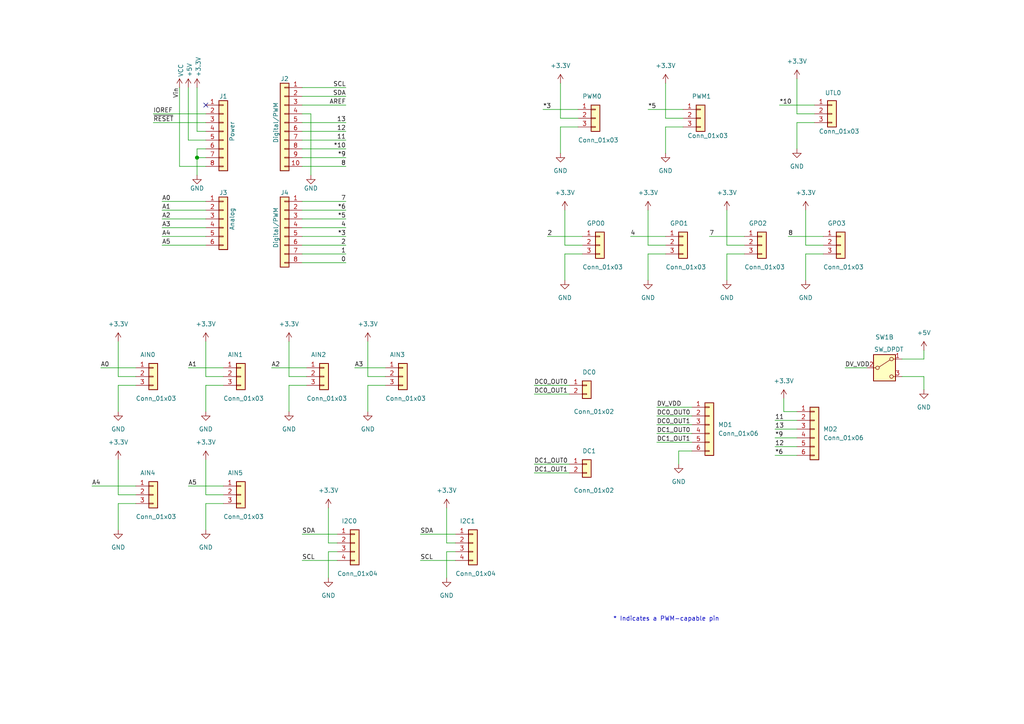
<source format=kicad_sch>
(kicad_sch
	(version 20231120)
	(generator "eeschema")
	(generator_version "8.0")
	(uuid "e63e39d7-6ac0-4ffd-8aa3-1841a4541b55")
	(paper "A4")
	(title_block
		(date "mar. 31 mars 2015")
	)
	(lib_symbols
		(symbol "+5V_2"
			(power)
			(pin_numbers hide)
			(pin_names
				(offset 0) hide)
			(exclude_from_sim no)
			(in_bom yes)
			(on_board yes)
			(property "Reference" "#PWR"
				(at 0 -3.81 0)
				(effects
					(font
						(size 1.27 1.27)
					)
					(hide yes)
				)
			)
			(property "Value" "+5V"
				(at 0 3.556 0)
				(effects
					(font
						(size 1.27 1.27)
					)
				)
			)
			(property "Footprint" ""
				(at 0 0 0)
				(effects
					(font
						(size 1.27 1.27)
					)
					(hide yes)
				)
			)
			(property "Datasheet" ""
				(at 0 0 0)
				(effects
					(font
						(size 1.27 1.27)
					)
					(hide yes)
				)
			)
			(property "Description" "Power symbol creates a global label with name \"+5V\""
				(at 0 0 0)
				(effects
					(font
						(size 1.27 1.27)
					)
					(hide yes)
				)
			)
			(property "ki_keywords" "global power"
				(at 0 0 0)
				(effects
					(font
						(size 1.27 1.27)
					)
					(hide yes)
				)
			)
			(symbol "+5V_2_0_1"
				(polyline
					(pts
						(xy -0.762 1.27) (xy 0 2.54)
					)
					(stroke
						(width 0)
						(type default)
					)
					(fill
						(type none)
					)
				)
				(polyline
					(pts
						(xy 0 0) (xy 0 2.54)
					)
					(stroke
						(width 0)
						(type default)
					)
					(fill
						(type none)
					)
				)
				(polyline
					(pts
						(xy 0 2.54) (xy 0.762 1.27)
					)
					(stroke
						(width 0)
						(type default)
					)
					(fill
						(type none)
					)
				)
			)
			(symbol "+5V_2_1_1"
				(pin power_in line
					(at 0 0 90)
					(length 0)
					(name "~"
						(effects
							(font
								(size 1.27 1.27)
							)
						)
					)
					(number "1"
						(effects
							(font
								(size 1.27 1.27)
							)
						)
					)
				)
			)
		)
		(symbol "Connector_Generic:Conn_01x02"
			(pin_names
				(offset 1.016) hide)
			(exclude_from_sim no)
			(in_bom yes)
			(on_board yes)
			(property "Reference" "J"
				(at 0 2.54 0)
				(effects
					(font
						(size 1.27 1.27)
					)
				)
			)
			(property "Value" "Conn_01x02"
				(at 0 -5.08 0)
				(effects
					(font
						(size 1.27 1.27)
					)
				)
			)
			(property "Footprint" ""
				(at 0 0 0)
				(effects
					(font
						(size 1.27 1.27)
					)
					(hide yes)
				)
			)
			(property "Datasheet" "~"
				(at 0 0 0)
				(effects
					(font
						(size 1.27 1.27)
					)
					(hide yes)
				)
			)
			(property "Description" "Generic connector, single row, 01x02, script generated (kicad-library-utils/schlib/autogen/connector/)"
				(at 0 0 0)
				(effects
					(font
						(size 1.27 1.27)
					)
					(hide yes)
				)
			)
			(property "ki_keywords" "connector"
				(at 0 0 0)
				(effects
					(font
						(size 1.27 1.27)
					)
					(hide yes)
				)
			)
			(property "ki_fp_filters" "Connector*:*_1x??_*"
				(at 0 0 0)
				(effects
					(font
						(size 1.27 1.27)
					)
					(hide yes)
				)
			)
			(symbol "Conn_01x02_1_1"
				(rectangle
					(start -1.27 -2.413)
					(end 0 -2.667)
					(stroke
						(width 0.1524)
						(type default)
					)
					(fill
						(type none)
					)
				)
				(rectangle
					(start -1.27 0.127)
					(end 0 -0.127)
					(stroke
						(width 0.1524)
						(type default)
					)
					(fill
						(type none)
					)
				)
				(rectangle
					(start -1.27 1.27)
					(end 1.27 -3.81)
					(stroke
						(width 0.254)
						(type default)
					)
					(fill
						(type background)
					)
				)
				(pin passive line
					(at -5.08 0 0)
					(length 3.81)
					(name "Pin_1"
						(effects
							(font
								(size 1.27 1.27)
							)
						)
					)
					(number "1"
						(effects
							(font
								(size 1.27 1.27)
							)
						)
					)
				)
				(pin passive line
					(at -5.08 -2.54 0)
					(length 3.81)
					(name "Pin_2"
						(effects
							(font
								(size 1.27 1.27)
							)
						)
					)
					(number "2"
						(effects
							(font
								(size 1.27 1.27)
							)
						)
					)
				)
			)
		)
		(symbol "Connector_Generic:Conn_01x03"
			(pin_names
				(offset 1.016) hide)
			(exclude_from_sim no)
			(in_bom yes)
			(on_board yes)
			(property "Reference" "J"
				(at 0 5.08 0)
				(effects
					(font
						(size 1.27 1.27)
					)
				)
			)
			(property "Value" "Conn_01x03"
				(at 0 -5.08 0)
				(effects
					(font
						(size 1.27 1.27)
					)
				)
			)
			(property "Footprint" ""
				(at 0 0 0)
				(effects
					(font
						(size 1.27 1.27)
					)
					(hide yes)
				)
			)
			(property "Datasheet" "~"
				(at 0 0 0)
				(effects
					(font
						(size 1.27 1.27)
					)
					(hide yes)
				)
			)
			(property "Description" "Generic connector, single row, 01x03, script generated (kicad-library-utils/schlib/autogen/connector/)"
				(at 0 0 0)
				(effects
					(font
						(size 1.27 1.27)
					)
					(hide yes)
				)
			)
			(property "ki_keywords" "connector"
				(at 0 0 0)
				(effects
					(font
						(size 1.27 1.27)
					)
					(hide yes)
				)
			)
			(property "ki_fp_filters" "Connector*:*_1x??_*"
				(at 0 0 0)
				(effects
					(font
						(size 1.27 1.27)
					)
					(hide yes)
				)
			)
			(symbol "Conn_01x03_1_1"
				(rectangle
					(start -1.27 -2.413)
					(end 0 -2.667)
					(stroke
						(width 0.1524)
						(type default)
					)
					(fill
						(type none)
					)
				)
				(rectangle
					(start -1.27 0.127)
					(end 0 -0.127)
					(stroke
						(width 0.1524)
						(type default)
					)
					(fill
						(type none)
					)
				)
				(rectangle
					(start -1.27 2.667)
					(end 0 2.413)
					(stroke
						(width 0.1524)
						(type default)
					)
					(fill
						(type none)
					)
				)
				(rectangle
					(start -1.27 3.81)
					(end 1.27 -3.81)
					(stroke
						(width 0.254)
						(type default)
					)
					(fill
						(type background)
					)
				)
				(pin passive line
					(at -5.08 2.54 0)
					(length 3.81)
					(name "Pin_1"
						(effects
							(font
								(size 1.27 1.27)
							)
						)
					)
					(number "1"
						(effects
							(font
								(size 1.27 1.27)
							)
						)
					)
				)
				(pin passive line
					(at -5.08 0 0)
					(length 3.81)
					(name "Pin_2"
						(effects
							(font
								(size 1.27 1.27)
							)
						)
					)
					(number "2"
						(effects
							(font
								(size 1.27 1.27)
							)
						)
					)
				)
				(pin passive line
					(at -5.08 -2.54 0)
					(length 3.81)
					(name "Pin_3"
						(effects
							(font
								(size 1.27 1.27)
							)
						)
					)
					(number "3"
						(effects
							(font
								(size 1.27 1.27)
							)
						)
					)
				)
			)
		)
		(symbol "Connector_Generic:Conn_01x04"
			(pin_names
				(offset 1.016) hide)
			(exclude_from_sim no)
			(in_bom yes)
			(on_board yes)
			(property "Reference" "J"
				(at 0 5.08 0)
				(effects
					(font
						(size 1.27 1.27)
					)
				)
			)
			(property "Value" "Conn_01x04"
				(at 0 -7.62 0)
				(effects
					(font
						(size 1.27 1.27)
					)
				)
			)
			(property "Footprint" ""
				(at 0 0 0)
				(effects
					(font
						(size 1.27 1.27)
					)
					(hide yes)
				)
			)
			(property "Datasheet" "~"
				(at 0 0 0)
				(effects
					(font
						(size 1.27 1.27)
					)
					(hide yes)
				)
			)
			(property "Description" "Generic connector, single row, 01x04, script generated (kicad-library-utils/schlib/autogen/connector/)"
				(at 0 0 0)
				(effects
					(font
						(size 1.27 1.27)
					)
					(hide yes)
				)
			)
			(property "ki_keywords" "connector"
				(at 0 0 0)
				(effects
					(font
						(size 1.27 1.27)
					)
					(hide yes)
				)
			)
			(property "ki_fp_filters" "Connector*:*_1x??_*"
				(at 0 0 0)
				(effects
					(font
						(size 1.27 1.27)
					)
					(hide yes)
				)
			)
			(symbol "Conn_01x04_1_1"
				(rectangle
					(start -1.27 -4.953)
					(end 0 -5.207)
					(stroke
						(width 0.1524)
						(type default)
					)
					(fill
						(type none)
					)
				)
				(rectangle
					(start -1.27 -2.413)
					(end 0 -2.667)
					(stroke
						(width 0.1524)
						(type default)
					)
					(fill
						(type none)
					)
				)
				(rectangle
					(start -1.27 0.127)
					(end 0 -0.127)
					(stroke
						(width 0.1524)
						(type default)
					)
					(fill
						(type none)
					)
				)
				(rectangle
					(start -1.27 2.667)
					(end 0 2.413)
					(stroke
						(width 0.1524)
						(type default)
					)
					(fill
						(type none)
					)
				)
				(rectangle
					(start -1.27 3.81)
					(end 1.27 -6.35)
					(stroke
						(width 0.254)
						(type default)
					)
					(fill
						(type background)
					)
				)
				(pin passive line
					(at -5.08 2.54 0)
					(length 3.81)
					(name "Pin_1"
						(effects
							(font
								(size 1.27 1.27)
							)
						)
					)
					(number "1"
						(effects
							(font
								(size 1.27 1.27)
							)
						)
					)
				)
				(pin passive line
					(at -5.08 0 0)
					(length 3.81)
					(name "Pin_2"
						(effects
							(font
								(size 1.27 1.27)
							)
						)
					)
					(number "2"
						(effects
							(font
								(size 1.27 1.27)
							)
						)
					)
				)
				(pin passive line
					(at -5.08 -2.54 0)
					(length 3.81)
					(name "Pin_3"
						(effects
							(font
								(size 1.27 1.27)
							)
						)
					)
					(number "3"
						(effects
							(font
								(size 1.27 1.27)
							)
						)
					)
				)
				(pin passive line
					(at -5.08 -5.08 0)
					(length 3.81)
					(name "Pin_4"
						(effects
							(font
								(size 1.27 1.27)
							)
						)
					)
					(number "4"
						(effects
							(font
								(size 1.27 1.27)
							)
						)
					)
				)
			)
		)
		(symbol "Connector_Generic:Conn_01x06"
			(pin_names
				(offset 1.016) hide)
			(exclude_from_sim no)
			(in_bom yes)
			(on_board yes)
			(property "Reference" "J"
				(at 0 7.62 0)
				(effects
					(font
						(size 1.27 1.27)
					)
				)
			)
			(property "Value" "Conn_01x06"
				(at 0 -10.16 0)
				(effects
					(font
						(size 1.27 1.27)
					)
				)
			)
			(property "Footprint" ""
				(at 0 0 0)
				(effects
					(font
						(size 1.27 1.27)
					)
					(hide yes)
				)
			)
			(property "Datasheet" "~"
				(at 0 0 0)
				(effects
					(font
						(size 1.27 1.27)
					)
					(hide yes)
				)
			)
			(property "Description" "Generic connector, single row, 01x06, script generated (kicad-library-utils/schlib/autogen/connector/)"
				(at 0 0 0)
				(effects
					(font
						(size 1.27 1.27)
					)
					(hide yes)
				)
			)
			(property "ki_keywords" "connector"
				(at 0 0 0)
				(effects
					(font
						(size 1.27 1.27)
					)
					(hide yes)
				)
			)
			(property "ki_fp_filters" "Connector*:*_1x??_*"
				(at 0 0 0)
				(effects
					(font
						(size 1.27 1.27)
					)
					(hide yes)
				)
			)
			(symbol "Conn_01x06_1_1"
				(rectangle
					(start -1.27 -7.493)
					(end 0 -7.747)
					(stroke
						(width 0.1524)
						(type default)
					)
					(fill
						(type none)
					)
				)
				(rectangle
					(start -1.27 -4.953)
					(end 0 -5.207)
					(stroke
						(width 0.1524)
						(type default)
					)
					(fill
						(type none)
					)
				)
				(rectangle
					(start -1.27 -2.413)
					(end 0 -2.667)
					(stroke
						(width 0.1524)
						(type default)
					)
					(fill
						(type none)
					)
				)
				(rectangle
					(start -1.27 0.127)
					(end 0 -0.127)
					(stroke
						(width 0.1524)
						(type default)
					)
					(fill
						(type none)
					)
				)
				(rectangle
					(start -1.27 2.667)
					(end 0 2.413)
					(stroke
						(width 0.1524)
						(type default)
					)
					(fill
						(type none)
					)
				)
				(rectangle
					(start -1.27 5.207)
					(end 0 4.953)
					(stroke
						(width 0.1524)
						(type default)
					)
					(fill
						(type none)
					)
				)
				(rectangle
					(start -1.27 6.35)
					(end 1.27 -8.89)
					(stroke
						(width 0.254)
						(type default)
					)
					(fill
						(type background)
					)
				)
				(pin passive line
					(at -5.08 5.08 0)
					(length 3.81)
					(name "Pin_1"
						(effects
							(font
								(size 1.27 1.27)
							)
						)
					)
					(number "1"
						(effects
							(font
								(size 1.27 1.27)
							)
						)
					)
				)
				(pin passive line
					(at -5.08 2.54 0)
					(length 3.81)
					(name "Pin_2"
						(effects
							(font
								(size 1.27 1.27)
							)
						)
					)
					(number "2"
						(effects
							(font
								(size 1.27 1.27)
							)
						)
					)
				)
				(pin passive line
					(at -5.08 0 0)
					(length 3.81)
					(name "Pin_3"
						(effects
							(font
								(size 1.27 1.27)
							)
						)
					)
					(number "3"
						(effects
							(font
								(size 1.27 1.27)
							)
						)
					)
				)
				(pin passive line
					(at -5.08 -2.54 0)
					(length 3.81)
					(name "Pin_4"
						(effects
							(font
								(size 1.27 1.27)
							)
						)
					)
					(number "4"
						(effects
							(font
								(size 1.27 1.27)
							)
						)
					)
				)
				(pin passive line
					(at -5.08 -5.08 0)
					(length 3.81)
					(name "Pin_5"
						(effects
							(font
								(size 1.27 1.27)
							)
						)
					)
					(number "5"
						(effects
							(font
								(size 1.27 1.27)
							)
						)
					)
				)
				(pin passive line
					(at -5.08 -7.62 0)
					(length 3.81)
					(name "Pin_6"
						(effects
							(font
								(size 1.27 1.27)
							)
						)
					)
					(number "6"
						(effects
							(font
								(size 1.27 1.27)
							)
						)
					)
				)
			)
		)
		(symbol "Connector_Generic:Conn_01x08"
			(pin_names
				(offset 1.016) hide)
			(exclude_from_sim no)
			(in_bom yes)
			(on_board yes)
			(property "Reference" "J"
				(at 0 10.16 0)
				(effects
					(font
						(size 1.27 1.27)
					)
				)
			)
			(property "Value" "Conn_01x08"
				(at 0 -12.7 0)
				(effects
					(font
						(size 1.27 1.27)
					)
				)
			)
			(property "Footprint" ""
				(at 0 0 0)
				(effects
					(font
						(size 1.27 1.27)
					)
					(hide yes)
				)
			)
			(property "Datasheet" "~"
				(at 0 0 0)
				(effects
					(font
						(size 1.27 1.27)
					)
					(hide yes)
				)
			)
			(property "Description" "Generic connector, single row, 01x08, script generated (kicad-library-utils/schlib/autogen/connector/)"
				(at 0 0 0)
				(effects
					(font
						(size 1.27 1.27)
					)
					(hide yes)
				)
			)
			(property "ki_keywords" "connector"
				(at 0 0 0)
				(effects
					(font
						(size 1.27 1.27)
					)
					(hide yes)
				)
			)
			(property "ki_fp_filters" "Connector*:*_1x??_*"
				(at 0 0 0)
				(effects
					(font
						(size 1.27 1.27)
					)
					(hide yes)
				)
			)
			(symbol "Conn_01x08_1_1"
				(rectangle
					(start -1.27 -10.033)
					(end 0 -10.287)
					(stroke
						(width 0.1524)
						(type default)
					)
					(fill
						(type none)
					)
				)
				(rectangle
					(start -1.27 -7.493)
					(end 0 -7.747)
					(stroke
						(width 0.1524)
						(type default)
					)
					(fill
						(type none)
					)
				)
				(rectangle
					(start -1.27 -4.953)
					(end 0 -5.207)
					(stroke
						(width 0.1524)
						(type default)
					)
					(fill
						(type none)
					)
				)
				(rectangle
					(start -1.27 -2.413)
					(end 0 -2.667)
					(stroke
						(width 0.1524)
						(type default)
					)
					(fill
						(type none)
					)
				)
				(rectangle
					(start -1.27 0.127)
					(end 0 -0.127)
					(stroke
						(width 0.1524)
						(type default)
					)
					(fill
						(type none)
					)
				)
				(rectangle
					(start -1.27 2.667)
					(end 0 2.413)
					(stroke
						(width 0.1524)
						(type default)
					)
					(fill
						(type none)
					)
				)
				(rectangle
					(start -1.27 5.207)
					(end 0 4.953)
					(stroke
						(width 0.1524)
						(type default)
					)
					(fill
						(type none)
					)
				)
				(rectangle
					(start -1.27 7.747)
					(end 0 7.493)
					(stroke
						(width 0.1524)
						(type default)
					)
					(fill
						(type none)
					)
				)
				(rectangle
					(start -1.27 8.89)
					(end 1.27 -11.43)
					(stroke
						(width 0.254)
						(type default)
					)
					(fill
						(type background)
					)
				)
				(pin passive line
					(at -5.08 7.62 0)
					(length 3.81)
					(name "Pin_1"
						(effects
							(font
								(size 1.27 1.27)
							)
						)
					)
					(number "1"
						(effects
							(font
								(size 1.27 1.27)
							)
						)
					)
				)
				(pin passive line
					(at -5.08 5.08 0)
					(length 3.81)
					(name "Pin_2"
						(effects
							(font
								(size 1.27 1.27)
							)
						)
					)
					(number "2"
						(effects
							(font
								(size 1.27 1.27)
							)
						)
					)
				)
				(pin passive line
					(at -5.08 2.54 0)
					(length 3.81)
					(name "Pin_3"
						(effects
							(font
								(size 1.27 1.27)
							)
						)
					)
					(number "3"
						(effects
							(font
								(size 1.27 1.27)
							)
						)
					)
				)
				(pin passive line
					(at -5.08 0 0)
					(length 3.81)
					(name "Pin_4"
						(effects
							(font
								(size 1.27 1.27)
							)
						)
					)
					(number "4"
						(effects
							(font
								(size 1.27 1.27)
							)
						)
					)
				)
				(pin passive line
					(at -5.08 -2.54 0)
					(length 3.81)
					(name "Pin_5"
						(effects
							(font
								(size 1.27 1.27)
							)
						)
					)
					(number "5"
						(effects
							(font
								(size 1.27 1.27)
							)
						)
					)
				)
				(pin passive line
					(at -5.08 -5.08 0)
					(length 3.81)
					(name "Pin_6"
						(effects
							(font
								(size 1.27 1.27)
							)
						)
					)
					(number "6"
						(effects
							(font
								(size 1.27 1.27)
							)
						)
					)
				)
				(pin passive line
					(at -5.08 -7.62 0)
					(length 3.81)
					(name "Pin_7"
						(effects
							(font
								(size 1.27 1.27)
							)
						)
					)
					(number "7"
						(effects
							(font
								(size 1.27 1.27)
							)
						)
					)
				)
				(pin passive line
					(at -5.08 -10.16 0)
					(length 3.81)
					(name "Pin_8"
						(effects
							(font
								(size 1.27 1.27)
							)
						)
					)
					(number "8"
						(effects
							(font
								(size 1.27 1.27)
							)
						)
					)
				)
			)
		)
		(symbol "Connector_Generic:Conn_01x10"
			(pin_names
				(offset 1.016) hide)
			(exclude_from_sim no)
			(in_bom yes)
			(on_board yes)
			(property "Reference" "J"
				(at 0 12.7 0)
				(effects
					(font
						(size 1.27 1.27)
					)
				)
			)
			(property "Value" "Conn_01x10"
				(at 0 -15.24 0)
				(effects
					(font
						(size 1.27 1.27)
					)
				)
			)
			(property "Footprint" ""
				(at 0 0 0)
				(effects
					(font
						(size 1.27 1.27)
					)
					(hide yes)
				)
			)
			(property "Datasheet" "~"
				(at 0 0 0)
				(effects
					(font
						(size 1.27 1.27)
					)
					(hide yes)
				)
			)
			(property "Description" "Generic connector, single row, 01x10, script generated (kicad-library-utils/schlib/autogen/connector/)"
				(at 0 0 0)
				(effects
					(font
						(size 1.27 1.27)
					)
					(hide yes)
				)
			)
			(property "ki_keywords" "connector"
				(at 0 0 0)
				(effects
					(font
						(size 1.27 1.27)
					)
					(hide yes)
				)
			)
			(property "ki_fp_filters" "Connector*:*_1x??_*"
				(at 0 0 0)
				(effects
					(font
						(size 1.27 1.27)
					)
					(hide yes)
				)
			)
			(symbol "Conn_01x10_1_1"
				(rectangle
					(start -1.27 -12.573)
					(end 0 -12.827)
					(stroke
						(width 0.1524)
						(type default)
					)
					(fill
						(type none)
					)
				)
				(rectangle
					(start -1.27 -10.033)
					(end 0 -10.287)
					(stroke
						(width 0.1524)
						(type default)
					)
					(fill
						(type none)
					)
				)
				(rectangle
					(start -1.27 -7.493)
					(end 0 -7.747)
					(stroke
						(width 0.1524)
						(type default)
					)
					(fill
						(type none)
					)
				)
				(rectangle
					(start -1.27 -4.953)
					(end 0 -5.207)
					(stroke
						(width 0.1524)
						(type default)
					)
					(fill
						(type none)
					)
				)
				(rectangle
					(start -1.27 -2.413)
					(end 0 -2.667)
					(stroke
						(width 0.1524)
						(type default)
					)
					(fill
						(type none)
					)
				)
				(rectangle
					(start -1.27 0.127)
					(end 0 -0.127)
					(stroke
						(width 0.1524)
						(type default)
					)
					(fill
						(type none)
					)
				)
				(rectangle
					(start -1.27 2.667)
					(end 0 2.413)
					(stroke
						(width 0.1524)
						(type default)
					)
					(fill
						(type none)
					)
				)
				(rectangle
					(start -1.27 5.207)
					(end 0 4.953)
					(stroke
						(width 0.1524)
						(type default)
					)
					(fill
						(type none)
					)
				)
				(rectangle
					(start -1.27 7.747)
					(end 0 7.493)
					(stroke
						(width 0.1524)
						(type default)
					)
					(fill
						(type none)
					)
				)
				(rectangle
					(start -1.27 10.287)
					(end 0 10.033)
					(stroke
						(width 0.1524)
						(type default)
					)
					(fill
						(type none)
					)
				)
				(rectangle
					(start -1.27 11.43)
					(end 1.27 -13.97)
					(stroke
						(width 0.254)
						(type default)
					)
					(fill
						(type background)
					)
				)
				(pin passive line
					(at -5.08 10.16 0)
					(length 3.81)
					(name "Pin_1"
						(effects
							(font
								(size 1.27 1.27)
							)
						)
					)
					(number "1"
						(effects
							(font
								(size 1.27 1.27)
							)
						)
					)
				)
				(pin passive line
					(at -5.08 -12.7 0)
					(length 3.81)
					(name "Pin_10"
						(effects
							(font
								(size 1.27 1.27)
							)
						)
					)
					(number "10"
						(effects
							(font
								(size 1.27 1.27)
							)
						)
					)
				)
				(pin passive line
					(at -5.08 7.62 0)
					(length 3.81)
					(name "Pin_2"
						(effects
							(font
								(size 1.27 1.27)
							)
						)
					)
					(number "2"
						(effects
							(font
								(size 1.27 1.27)
							)
						)
					)
				)
				(pin passive line
					(at -5.08 5.08 0)
					(length 3.81)
					(name "Pin_3"
						(effects
							(font
								(size 1.27 1.27)
							)
						)
					)
					(number "3"
						(effects
							(font
								(size 1.27 1.27)
							)
						)
					)
				)
				(pin passive line
					(at -5.08 2.54 0)
					(length 3.81)
					(name "Pin_4"
						(effects
							(font
								(size 1.27 1.27)
							)
						)
					)
					(number "4"
						(effects
							(font
								(size 1.27 1.27)
							)
						)
					)
				)
				(pin passive line
					(at -5.08 0 0)
					(length 3.81)
					(name "Pin_5"
						(effects
							(font
								(size 1.27 1.27)
							)
						)
					)
					(number "5"
						(effects
							(font
								(size 1.27 1.27)
							)
						)
					)
				)
				(pin passive line
					(at -5.08 -2.54 0)
					(length 3.81)
					(name "Pin_6"
						(effects
							(font
								(size 1.27 1.27)
							)
						)
					)
					(number "6"
						(effects
							(font
								(size 1.27 1.27)
							)
						)
					)
				)
				(pin passive line
					(at -5.08 -5.08 0)
					(length 3.81)
					(name "Pin_7"
						(effects
							(font
								(size 1.27 1.27)
							)
						)
					)
					(number "7"
						(effects
							(font
								(size 1.27 1.27)
							)
						)
					)
				)
				(pin passive line
					(at -5.08 -7.62 0)
					(length 3.81)
					(name "Pin_8"
						(effects
							(font
								(size 1.27 1.27)
							)
						)
					)
					(number "8"
						(effects
							(font
								(size 1.27 1.27)
							)
						)
					)
				)
				(pin passive line
					(at -5.08 -10.16 0)
					(length 3.81)
					(name "Pin_9"
						(effects
							(font
								(size 1.27 1.27)
							)
						)
					)
					(number "9"
						(effects
							(font
								(size 1.27 1.27)
							)
						)
					)
				)
			)
		)
		(symbol "GND_1"
			(power)
			(pin_names
				(offset 0)
			)
			(exclude_from_sim no)
			(in_bom yes)
			(on_board yes)
			(property "Reference" "#PWR"
				(at 0 -6.35 0)
				(effects
					(font
						(size 1.27 1.27)
					)
					(hide yes)
				)
			)
			(property "Value" "GND_1"
				(at 0 -3.81 0)
				(effects
					(font
						(size 1.27 1.27)
					)
				)
			)
			(property "Footprint" ""
				(at 0 0 0)
				(effects
					(font
						(size 1.27 1.27)
					)
					(hide yes)
				)
			)
			(property "Datasheet" ""
				(at 0 0 0)
				(effects
					(font
						(size 1.27 1.27)
					)
					(hide yes)
				)
			)
			(property "Description" "Power symbol creates a global label with name \"GND\" , ground"
				(at 0 0 0)
				(effects
					(font
						(size 1.27 1.27)
					)
					(hide yes)
				)
			)
			(property "ki_keywords" "global power"
				(at 0 0 0)
				(effects
					(font
						(size 1.27 1.27)
					)
					(hide yes)
				)
			)
			(symbol "GND_1_0_1"
				(polyline
					(pts
						(xy 0 0) (xy 0 -1.27) (xy 1.27 -1.27) (xy 0 -2.54) (xy -1.27 -1.27) (xy 0 -1.27)
					)
					(stroke
						(width 0)
						(type default)
					)
					(fill
						(type none)
					)
				)
			)
			(symbol "GND_1_1_1"
				(pin power_in line
					(at 0 0 270)
					(length 0) hide
					(name "GND"
						(effects
							(font
								(size 1.27 1.27)
							)
						)
					)
					(number "1"
						(effects
							(font
								(size 1.27 1.27)
							)
						)
					)
				)
			)
		)
		(symbol "GND_2"
			(power)
			(pin_names
				(offset 0)
			)
			(exclude_from_sim no)
			(in_bom yes)
			(on_board yes)
			(property "Reference" "#PWR"
				(at 0 -6.35 0)
				(effects
					(font
						(size 1.27 1.27)
					)
					(hide yes)
				)
			)
			(property "Value" "GND_2"
				(at 0 -3.81 0)
				(effects
					(font
						(size 1.27 1.27)
					)
				)
			)
			(property "Footprint" ""
				(at 0 0 0)
				(effects
					(font
						(size 1.27 1.27)
					)
					(hide yes)
				)
			)
			(property "Datasheet" ""
				(at 0 0 0)
				(effects
					(font
						(size 1.27 1.27)
					)
					(hide yes)
				)
			)
			(property "Description" "Power symbol creates a global label with name \"GND\" , ground"
				(at 0 0 0)
				(effects
					(font
						(size 1.27 1.27)
					)
					(hide yes)
				)
			)
			(property "ki_keywords" "global power"
				(at 0 0 0)
				(effects
					(font
						(size 1.27 1.27)
					)
					(hide yes)
				)
			)
			(symbol "GND_2_0_1"
				(polyline
					(pts
						(xy 0 0) (xy 0 -1.27) (xy 1.27 -1.27) (xy 0 -2.54) (xy -1.27 -1.27) (xy 0 -1.27)
					)
					(stroke
						(width 0)
						(type default)
					)
					(fill
						(type none)
					)
				)
			)
			(symbol "GND_2_1_1"
				(pin power_in line
					(at 0 0 270)
					(length 0) hide
					(name "GND"
						(effects
							(font
								(size 1.27 1.27)
							)
						)
					)
					(number "1"
						(effects
							(font
								(size 1.27 1.27)
							)
						)
					)
				)
			)
		)
		(symbol "GND_3"
			(power)
			(pin_numbers hide)
			(pin_names
				(offset 0) hide)
			(exclude_from_sim no)
			(in_bom yes)
			(on_board yes)
			(property "Reference" "#PWR"
				(at 0 -6.35 0)
				(effects
					(font
						(size 1.27 1.27)
					)
					(hide yes)
				)
			)
			(property "Value" "GND"
				(at 0 -3.81 0)
				(effects
					(font
						(size 1.27 1.27)
					)
				)
			)
			(property "Footprint" ""
				(at 0 0 0)
				(effects
					(font
						(size 1.27 1.27)
					)
					(hide yes)
				)
			)
			(property "Datasheet" ""
				(at 0 0 0)
				(effects
					(font
						(size 1.27 1.27)
					)
					(hide yes)
				)
			)
			(property "Description" "Power symbol creates a global label with name \"GND\" , ground"
				(at 0 0 0)
				(effects
					(font
						(size 1.27 1.27)
					)
					(hide yes)
				)
			)
			(property "ki_keywords" "global power"
				(at 0 0 0)
				(effects
					(font
						(size 1.27 1.27)
					)
					(hide yes)
				)
			)
			(symbol "GND_3_0_1"
				(polyline
					(pts
						(xy 0 0) (xy 0 -1.27) (xy 1.27 -1.27) (xy 0 -2.54) (xy -1.27 -1.27) (xy 0 -1.27)
					)
					(stroke
						(width 0)
						(type default)
					)
					(fill
						(type none)
					)
				)
			)
			(symbol "GND_3_1_1"
				(pin power_in line
					(at 0 0 270)
					(length 0)
					(name "~"
						(effects
							(font
								(size 1.27 1.27)
							)
						)
					)
					(number "1"
						(effects
							(font
								(size 1.27 1.27)
							)
						)
					)
				)
			)
		)
		(symbol "Switch:SW_DPDT_x2"
			(pin_names
				(offset 0) hide)
			(exclude_from_sim no)
			(in_bom yes)
			(on_board yes)
			(property "Reference" "SW1"
				(at 0 8.89 0)
				(effects
					(font
						(size 1.27 1.27)
					)
				)
			)
			(property "Value" "SW_DPDT_x2"
				(at 1.27 5.334 0)
				(effects
					(font
						(size 1.27 1.27)
					)
				)
			)
			(property "Footprint" "Connector:AKIZUKI-SS-12D00G3"
				(at 0 0 0)
				(effects
					(font
						(size 1.27 1.27)
					)
					(hide yes)
				)
			)
			(property "Datasheet" "~"
				(at 0 0 0)
				(effects
					(font
						(size 1.27 1.27)
					)
					(hide yes)
				)
			)
			(property "Description" "Switch, dual pole double throw, separate symbols"
				(at 0 0 0)
				(effects
					(font
						(size 1.27 1.27)
					)
					(hide yes)
				)
			)
			(property "ki_keywords" "switch dual-pole double-throw DPDT spdt ON-ON"
				(at 0 0 0)
				(effects
					(font
						(size 1.27 1.27)
					)
					(hide yes)
				)
			)
			(property "ki_fp_filters" "SW*DPDT*"
				(at 0 0 0)
				(effects
					(font
						(size 1.27 1.27)
					)
					(hide yes)
				)
			)
			(symbol "SW_DPDT_x2_0_0"
				(circle
					(center -2.032 0)
					(radius 0.508)
					(stroke
						(width 0)
						(type default)
					)
					(fill
						(type none)
					)
				)
				(circle
					(center 2.032 -2.54)
					(radius 0.508)
					(stroke
						(width 0)
						(type default)
					)
					(fill
						(type none)
					)
				)
			)
			(symbol "SW_DPDT_x2_0_1"
				(rectangle
					(start -3.175 3.81)
					(end 3.175 -3.81)
					(stroke
						(width 0.254)
						(type default)
					)
					(fill
						(type background)
					)
				)
				(polyline
					(pts
						(xy -1.524 0.254) (xy 1.5748 2.286)
					)
					(stroke
						(width 0)
						(type default)
					)
					(fill
						(type none)
					)
				)
				(circle
					(center 2.032 2.54)
					(radius 0.508)
					(stroke
						(width 0)
						(type default)
					)
					(fill
						(type none)
					)
				)
			)
			(symbol "SW_DPDT_x2_1_1"
				(pin passive line
					(at 5.08 2.54 180)
					(length 2.54)
					(name "A"
						(effects
							(font
								(size 1.27 1.27)
							)
						)
					)
					(number "1"
						(effects
							(font
								(size 1.27 1.27)
							)
						)
					)
				)
				(pin passive line
					(at -5.08 0 0)
					(length 2.54)
					(name "B"
						(effects
							(font
								(size 1.27 1.27)
							)
						)
					)
					(number "2"
						(effects
							(font
								(size 1.27 1.27)
							)
						)
					)
				)
				(pin passive line
					(at 5.08 -2.54 180)
					(length 2.54)
					(name "C"
						(effects
							(font
								(size 1.27 1.27)
							)
						)
					)
					(number "3"
						(effects
							(font
								(size 1.27 1.27)
							)
						)
					)
				)
			)
			(symbol "SW_DPDT_x2_2_1"
				(pin passive line
					(at 5.08 2.54 180)
					(length 2.54)
					(name "A"
						(effects
							(font
								(size 1.27 1.27)
							)
						)
					)
					(number "1"
						(effects
							(font
								(size 1.27 1.27)
							)
						)
					)
				)
				(pin passive line
					(at -5.08 0 0)
					(length 2.54)
					(name "B"
						(effects
							(font
								(size 1.27 1.27)
							)
						)
					)
					(number "2"
						(effects
							(font
								(size 1.27 1.27)
							)
						)
					)
				)
				(pin passive line
					(at 5.08 -2.54 180)
					(length 2.54)
					(name "C"
						(effects
							(font
								(size 1.27 1.27)
							)
						)
					)
					(number "3"
						(effects
							(font
								(size 1.27 1.27)
							)
						)
					)
				)
			)
		)
		(symbol "power:+3.3V"
			(power)
			(pin_names
				(offset 0)
			)
			(exclude_from_sim no)
			(in_bom yes)
			(on_board yes)
			(property "Reference" "#PWR"
				(at 0 -3.81 0)
				(effects
					(font
						(size 1.27 1.27)
					)
					(hide yes)
				)
			)
			(property "Value" "+3.3V"
				(at 0 3.556 0)
				(effects
					(font
						(size 1.27 1.27)
					)
				)
			)
			(property "Footprint" ""
				(at 0 0 0)
				(effects
					(font
						(size 1.27 1.27)
					)
					(hide yes)
				)
			)
			(property "Datasheet" ""
				(at 0 0 0)
				(effects
					(font
						(size 1.27 1.27)
					)
					(hide yes)
				)
			)
			(property "Description" "Power symbol creates a global label with name \"+3.3V\""
				(at 0 0 0)
				(effects
					(font
						(size 1.27 1.27)
					)
					(hide yes)
				)
			)
			(property "ki_keywords" "global power"
				(at 0 0 0)
				(effects
					(font
						(size 1.27 1.27)
					)
					(hide yes)
				)
			)
			(symbol "+3.3V_0_1"
				(polyline
					(pts
						(xy -0.762 1.27) (xy 0 2.54)
					)
					(stroke
						(width 0)
						(type default)
					)
					(fill
						(type none)
					)
				)
				(polyline
					(pts
						(xy 0 0) (xy 0 2.54)
					)
					(stroke
						(width 0)
						(type default)
					)
					(fill
						(type none)
					)
				)
				(polyline
					(pts
						(xy 0 2.54) (xy 0.762 1.27)
					)
					(stroke
						(width 0)
						(type default)
					)
					(fill
						(type none)
					)
				)
			)
			(symbol "+3.3V_1_1"
				(pin power_in line
					(at 0 0 90)
					(length 0) hide
					(name "+3.3V"
						(effects
							(font
								(size 1.27 1.27)
							)
						)
					)
					(number "1"
						(effects
							(font
								(size 1.27 1.27)
							)
						)
					)
				)
			)
		)
		(symbol "power:+3V3"
			(power)
			(pin_names
				(offset 0)
			)
			(exclude_from_sim no)
			(in_bom yes)
			(on_board yes)
			(property "Reference" "#PWR"
				(at 0 -3.81 0)
				(effects
					(font
						(size 1.27 1.27)
					)
					(hide yes)
				)
			)
			(property "Value" "+3V3"
				(at 0 3.556 0)
				(effects
					(font
						(size 1.27 1.27)
					)
				)
			)
			(property "Footprint" ""
				(at 0 0 0)
				(effects
					(font
						(size 1.27 1.27)
					)
					(hide yes)
				)
			)
			(property "Datasheet" ""
				(at 0 0 0)
				(effects
					(font
						(size 1.27 1.27)
					)
					(hide yes)
				)
			)
			(property "Description" "Power symbol creates a global label with name \"+3V3\""
				(at 0 0 0)
				(effects
					(font
						(size 1.27 1.27)
					)
					(hide yes)
				)
			)
			(property "ki_keywords" "power-flag"
				(at 0 0 0)
				(effects
					(font
						(size 1.27 1.27)
					)
					(hide yes)
				)
			)
			(symbol "+3V3_0_1"
				(polyline
					(pts
						(xy -0.762 1.27) (xy 0 2.54)
					)
					(stroke
						(width 0)
						(type default)
					)
					(fill
						(type none)
					)
				)
				(polyline
					(pts
						(xy 0 0) (xy 0 2.54)
					)
					(stroke
						(width 0)
						(type default)
					)
					(fill
						(type none)
					)
				)
				(polyline
					(pts
						(xy 0 2.54) (xy 0.762 1.27)
					)
					(stroke
						(width 0)
						(type default)
					)
					(fill
						(type none)
					)
				)
			)
			(symbol "+3V3_1_1"
				(pin power_in line
					(at 0 0 90)
					(length 0) hide
					(name "+3V3"
						(effects
							(font
								(size 1.27 1.27)
							)
						)
					)
					(number "1"
						(effects
							(font
								(size 1.27 1.27)
							)
						)
					)
				)
			)
		)
		(symbol "power:+5V"
			(power)
			(pin_names
				(offset 0)
			)
			(exclude_from_sim no)
			(in_bom yes)
			(on_board yes)
			(property "Reference" "#PWR"
				(at 0 -3.81 0)
				(effects
					(font
						(size 1.27 1.27)
					)
					(hide yes)
				)
			)
			(property "Value" "+5V"
				(at 0 3.556 0)
				(effects
					(font
						(size 1.27 1.27)
					)
				)
			)
			(property "Footprint" ""
				(at 0 0 0)
				(effects
					(font
						(size 1.27 1.27)
					)
					(hide yes)
				)
			)
			(property "Datasheet" ""
				(at 0 0 0)
				(effects
					(font
						(size 1.27 1.27)
					)
					(hide yes)
				)
			)
			(property "Description" "Power symbol creates a global label with name \"+5V\""
				(at 0 0 0)
				(effects
					(font
						(size 1.27 1.27)
					)
					(hide yes)
				)
			)
			(property "ki_keywords" "power-flag"
				(at 0 0 0)
				(effects
					(font
						(size 1.27 1.27)
					)
					(hide yes)
				)
			)
			(symbol "+5V_0_1"
				(polyline
					(pts
						(xy -0.762 1.27) (xy 0 2.54)
					)
					(stroke
						(width 0)
						(type default)
					)
					(fill
						(type none)
					)
				)
				(polyline
					(pts
						(xy 0 0) (xy 0 2.54)
					)
					(stroke
						(width 0)
						(type default)
					)
					(fill
						(type none)
					)
				)
				(polyline
					(pts
						(xy 0 2.54) (xy 0.762 1.27)
					)
					(stroke
						(width 0)
						(type default)
					)
					(fill
						(type none)
					)
				)
			)
			(symbol "+5V_1_1"
				(pin power_in line
					(at 0 0 90)
					(length 0) hide
					(name "+5V"
						(effects
							(font
								(size 1.27 1.27)
							)
						)
					)
					(number "1"
						(effects
							(font
								(size 1.27 1.27)
							)
						)
					)
				)
			)
		)
		(symbol "power:GND"
			(power)
			(pin_names
				(offset 0)
			)
			(exclude_from_sim no)
			(in_bom yes)
			(on_board yes)
			(property "Reference" "#PWR"
				(at 0 -6.35 0)
				(effects
					(font
						(size 1.27 1.27)
					)
					(hide yes)
				)
			)
			(property "Value" "GND"
				(at 0 -3.81 0)
				(effects
					(font
						(size 1.27 1.27)
					)
				)
			)
			(property "Footprint" ""
				(at 0 0 0)
				(effects
					(font
						(size 1.27 1.27)
					)
					(hide yes)
				)
			)
			(property "Datasheet" ""
				(at 0 0 0)
				(effects
					(font
						(size 1.27 1.27)
					)
					(hide yes)
				)
			)
			(property "Description" "Power symbol creates a global label with name \"GND\" , ground"
				(at 0 0 0)
				(effects
					(font
						(size 1.27 1.27)
					)
					(hide yes)
				)
			)
			(property "ki_keywords" "power-flag"
				(at 0 0 0)
				(effects
					(font
						(size 1.27 1.27)
					)
					(hide yes)
				)
			)
			(symbol "GND_0_1"
				(polyline
					(pts
						(xy 0 0) (xy 0 -1.27) (xy 1.27 -1.27) (xy 0 -2.54) (xy -1.27 -1.27) (xy 0 -1.27)
					)
					(stroke
						(width 0)
						(type default)
					)
					(fill
						(type none)
					)
				)
			)
			(symbol "GND_1_1"
				(pin power_in line
					(at 0 0 270)
					(length 0) hide
					(name "GND"
						(effects
							(font
								(size 1.27 1.27)
							)
						)
					)
					(number "1"
						(effects
							(font
								(size 1.27 1.27)
							)
						)
					)
				)
			)
		)
		(symbol "power:VCC"
			(power)
			(pin_names
				(offset 0)
			)
			(exclude_from_sim no)
			(in_bom yes)
			(on_board yes)
			(property "Reference" "#PWR"
				(at 0 -3.81 0)
				(effects
					(font
						(size 1.27 1.27)
					)
					(hide yes)
				)
			)
			(property "Value" "VCC"
				(at 0 3.81 0)
				(effects
					(font
						(size 1.27 1.27)
					)
				)
			)
			(property "Footprint" ""
				(at 0 0 0)
				(effects
					(font
						(size 1.27 1.27)
					)
					(hide yes)
				)
			)
			(property "Datasheet" ""
				(at 0 0 0)
				(effects
					(font
						(size 1.27 1.27)
					)
					(hide yes)
				)
			)
			(property "Description" "Power symbol creates a global label with name \"VCC\""
				(at 0 0 0)
				(effects
					(font
						(size 1.27 1.27)
					)
					(hide yes)
				)
			)
			(property "ki_keywords" "power-flag"
				(at 0 0 0)
				(effects
					(font
						(size 1.27 1.27)
					)
					(hide yes)
				)
			)
			(symbol "VCC_0_1"
				(polyline
					(pts
						(xy -0.762 1.27) (xy 0 2.54)
					)
					(stroke
						(width 0)
						(type default)
					)
					(fill
						(type none)
					)
				)
				(polyline
					(pts
						(xy 0 0) (xy 0 2.54)
					)
					(stroke
						(width 0)
						(type default)
					)
					(fill
						(type none)
					)
				)
				(polyline
					(pts
						(xy 0 2.54) (xy 0.762 1.27)
					)
					(stroke
						(width 0)
						(type default)
					)
					(fill
						(type none)
					)
				)
			)
			(symbol "VCC_1_1"
				(pin power_in line
					(at 0 0 90)
					(length 0) hide
					(name "VCC"
						(effects
							(font
								(size 1.27 1.27)
							)
						)
					)
					(number "1"
						(effects
							(font
								(size 1.27 1.27)
							)
						)
					)
				)
			)
		)
	)
	(junction
		(at 57.15 45.72)
		(diameter 1.016)
		(color 0 0 0 0)
		(uuid "3dcc657b-55a1-48e0-9667-e01e7b6b08b5")
	)
	(no_connect
		(at 59.69 30.48)
		(uuid "d181157c-7812-47e5-a0cf-9580c905fc86")
	)
	(wire
		(pts
			(xy 87.63 76.2) (xy 100.33 76.2)
		)
		(stroke
			(width 0)
			(type solid)
		)
		(uuid "010ba307-2067-49d3-b0fa-6414143f3fc2")
	)
	(wire
		(pts
			(xy 224.79 121.92) (xy 231.14 121.92)
		)
		(stroke
			(width 0)
			(type default)
		)
		(uuid "0166adff-859b-4e4a-9c23-ecf2de6123c4")
	)
	(wire
		(pts
			(xy 106.68 111.76) (xy 111.76 111.76)
		)
		(stroke
			(width 0)
			(type default)
		)
		(uuid "02b8bf27-c45a-4c75-a016-19bd44d9f2cc")
	)
	(wire
		(pts
			(xy 224.79 129.54) (xy 231.14 129.54)
		)
		(stroke
			(width 0)
			(type default)
		)
		(uuid "044b7941-7f8d-4c75-85be-9509ff557140")
	)
	(wire
		(pts
			(xy 29.21 106.68) (xy 39.37 106.68)
		)
		(stroke
			(width 0)
			(type default)
		)
		(uuid "0793f0a4-3d35-4074-8ce1-b6b13c6d70bf")
	)
	(wire
		(pts
			(xy 87.63 43.18) (xy 100.33 43.18)
		)
		(stroke
			(width 0)
			(type solid)
		)
		(uuid "09480ba4-37da-45e3-b9fe-6beebf876349")
	)
	(wire
		(pts
			(xy 83.82 119.38) (xy 83.82 111.76)
		)
		(stroke
			(width 0)
			(type default)
		)
		(uuid "0a7b8d48-5b37-4435-9b57-c6c6d770acce")
	)
	(wire
		(pts
			(xy 106.68 119.38) (xy 106.68 111.76)
		)
		(stroke
			(width 0)
			(type default)
		)
		(uuid "0c071059-a8e4-4de3-8dad-94e3a124441e")
	)
	(wire
		(pts
			(xy 121.92 154.94) (xy 132.08 154.94)
		)
		(stroke
			(width 0)
			(type default)
		)
		(uuid "0c516600-5589-4dcc-a66b-15eed14c7b3a")
	)
	(wire
		(pts
			(xy 87.63 25.4) (xy 100.33 25.4)
		)
		(stroke
			(width 0)
			(type solid)
		)
		(uuid "0f5d2189-4ead-42fa-8f7a-cfa3af4de132")
	)
	(wire
		(pts
			(xy 163.83 60.96) (xy 163.83 71.12)
		)
		(stroke
			(width 0)
			(type default)
		)
		(uuid "1115171a-0c0d-48dc-b327-885860513e43")
	)
	(wire
		(pts
			(xy 162.56 24.13) (xy 162.56 34.29)
		)
		(stroke
			(width 0)
			(type default)
		)
		(uuid "12826fe9-6ab4-4597-8257-3e99c3b39d19")
	)
	(wire
		(pts
			(xy 154.94 134.62) (xy 165.1 134.62)
		)
		(stroke
			(width 0)
			(type default)
		)
		(uuid "12926548-4dd0-44c6-99af-4313e51b8c06")
	)
	(wire
		(pts
			(xy 193.04 34.29) (xy 198.12 34.29)
		)
		(stroke
			(width 0)
			(type default)
		)
		(uuid "192d2951-4c92-45ba-941d-ad452e25fe79")
	)
	(wire
		(pts
			(xy 231.14 43.18) (xy 231.14 35.56)
		)
		(stroke
			(width 0)
			(type default)
		)
		(uuid "19cf7e6f-1608-4220-a8e1-650c9f353ab8")
	)
	(wire
		(pts
			(xy 57.15 43.18) (xy 57.15 45.72)
		)
		(stroke
			(width 0)
			(type solid)
		)
		(uuid "1c31b835-925f-4a5c-92df-8f2558bb711b")
	)
	(wire
		(pts
			(xy 46.99 71.12) (xy 59.69 71.12)
		)
		(stroke
			(width 0)
			(type solid)
		)
		(uuid "20854542-d0b0-4be7-af02-0e5fceb34e01")
	)
	(wire
		(pts
			(xy 83.82 109.22) (xy 88.9 109.22)
		)
		(stroke
			(width 0)
			(type default)
		)
		(uuid "2317b741-c959-47f3-a62a-108325f4fa21")
	)
	(wire
		(pts
			(xy 187.96 60.96) (xy 187.96 71.12)
		)
		(stroke
			(width 0)
			(type default)
		)
		(uuid "233138d8-a223-434b-9d6d-35a89137176b")
	)
	(wire
		(pts
			(xy 267.97 113.03) (xy 267.97 109.22)
		)
		(stroke
			(width 0)
			(type default)
		)
		(uuid "24c7448e-381a-401c-9c88-98778776f78f")
	)
	(wire
		(pts
			(xy 193.04 24.13) (xy 193.04 34.29)
		)
		(stroke
			(width 0)
			(type default)
		)
		(uuid "28c26de9-c0c3-418e-a18a-52ddcec91d93")
	)
	(wire
		(pts
			(xy 267.97 101.6) (xy 267.97 104.14)
		)
		(stroke
			(width 0)
			(type default)
		)
		(uuid "28c813e1-b0df-4995-93c3-8d957b79dbc9")
	)
	(wire
		(pts
			(xy 196.85 130.81) (xy 200.66 130.81)
		)
		(stroke
			(width 0)
			(type default)
		)
		(uuid "29ce3776-5acf-44f9-be94-ab6489305dd2")
	)
	(wire
		(pts
			(xy 26.67 140.97) (xy 39.37 140.97)
		)
		(stroke
			(width 0)
			(type default)
		)
		(uuid "2a94c99d-ee50-4088-a413-ca4333db7e75")
	)
	(wire
		(pts
			(xy 233.68 73.66) (xy 238.76 73.66)
		)
		(stroke
			(width 0)
			(type default)
		)
		(uuid "2d549d2c-3aa5-48c6-b8ee-10831dc1a516")
	)
	(wire
		(pts
			(xy 57.15 45.72) (xy 57.15 50.8)
		)
		(stroke
			(width 0)
			(type solid)
		)
		(uuid "2df788b2-ce68-49bc-a497-4b6570a17f30")
	)
	(wire
		(pts
			(xy 129.54 147.32) (xy 129.54 157.48)
		)
		(stroke
			(width 0)
			(type default)
		)
		(uuid "308567f3-0bba-4ad0-9250-61e81d626b08")
	)
	(wire
		(pts
			(xy 193.04 36.83) (xy 198.12 36.83)
		)
		(stroke
			(width 0)
			(type default)
		)
		(uuid "3132e6e5-3e60-4cad-86f3-2e57dc93ac3b")
	)
	(wire
		(pts
			(xy 193.04 44.45) (xy 193.04 36.83)
		)
		(stroke
			(width 0)
			(type default)
		)
		(uuid "32946b77-8f0c-49d4-af07-b68570a5cd0f")
	)
	(wire
		(pts
			(xy 57.15 38.1) (xy 59.69 38.1)
		)
		(stroke
			(width 0)
			(type solid)
		)
		(uuid "3334b11d-5a13-40b4-a117-d693c543e4ab")
	)
	(wire
		(pts
			(xy 54.61 40.64) (xy 59.69 40.64)
		)
		(stroke
			(width 0)
			(type solid)
		)
		(uuid "3661f80c-fef8-4441-83be-df8930b3b45e")
	)
	(wire
		(pts
			(xy 95.25 157.48) (xy 97.79 157.48)
		)
		(stroke
			(width 0)
			(type default)
		)
		(uuid "3675d242-d964-45a3-bde8-03a6da5254af")
	)
	(wire
		(pts
			(xy 54.61 25.4) (xy 54.61 40.64)
		)
		(stroke
			(width 0)
			(type solid)
		)
		(uuid "392bf1f6-bf67-427d-8d4c-0a87cb757556")
	)
	(wire
		(pts
			(xy 163.83 73.66) (xy 168.91 73.66)
		)
		(stroke
			(width 0)
			(type default)
		)
		(uuid "409f0f9d-7ef2-4fb2-b0d5-ac881d8b7b8d")
	)
	(wire
		(pts
			(xy 87.63 35.56) (xy 100.33 35.56)
		)
		(stroke
			(width 0)
			(type solid)
		)
		(uuid "4227fa6f-c399-4f14-8228-23e39d2b7e7d")
	)
	(wire
		(pts
			(xy 162.56 44.45) (xy 162.56 36.83)
		)
		(stroke
			(width 0)
			(type default)
		)
		(uuid "423049d1-9ab4-4007-9a7f-48a9b03e1c95")
	)
	(wire
		(pts
			(xy 34.29 109.22) (xy 39.37 109.22)
		)
		(stroke
			(width 0)
			(type default)
		)
		(uuid "43f79626-3292-47a0-9edb-85eaeff48d4a")
	)
	(wire
		(pts
			(xy 57.15 25.4) (xy 57.15 38.1)
		)
		(stroke
			(width 0)
			(type solid)
		)
		(uuid "442fb4de-4d55-45de-bc27-3e6222ceb890")
	)
	(wire
		(pts
			(xy 87.63 58.42) (xy 100.33 58.42)
		)
		(stroke
			(width 0)
			(type solid)
		)
		(uuid "4455ee2e-5642-42c1-a83b-f7e65fa0c2f1")
	)
	(wire
		(pts
			(xy 129.54 160.02) (xy 132.08 160.02)
		)
		(stroke
			(width 0)
			(type default)
		)
		(uuid "45c2998f-19dd-4457-9970-c29602da8b8c")
	)
	(wire
		(pts
			(xy 59.69 58.42) (xy 46.99 58.42)
		)
		(stroke
			(width 0)
			(type solid)
		)
		(uuid "486ca832-85f4-4989-b0f4-569faf9be534")
	)
	(wire
		(pts
			(xy 83.82 111.76) (xy 88.9 111.76)
		)
		(stroke
			(width 0)
			(type default)
		)
		(uuid "495a545d-9907-4a69-9b7e-1c2185c7b8f9")
	)
	(wire
		(pts
			(xy 87.63 38.1) (xy 100.33 38.1)
		)
		(stroke
			(width 0)
			(type solid)
		)
		(uuid "4a910b57-a5cd-4105-ab4f-bde2a80d4f00")
	)
	(wire
		(pts
			(xy 95.25 160.02) (xy 97.79 160.02)
		)
		(stroke
			(width 0)
			(type default)
		)
		(uuid "4d978900-a15d-4cdf-b765-56feac8b02d6")
	)
	(wire
		(pts
			(xy 87.63 60.96) (xy 100.33 60.96)
		)
		(stroke
			(width 0)
			(type solid)
		)
		(uuid "4e60e1af-19bd-45a0-b418-b7030b594dde")
	)
	(wire
		(pts
			(xy 129.54 160.02) (xy 129.54 167.64)
		)
		(stroke
			(width 0)
			(type default)
		)
		(uuid "4ff51f0b-f863-4852-a4f9-039b6a199d0d")
	)
	(wire
		(pts
			(xy 187.96 71.12) (xy 193.04 71.12)
		)
		(stroke
			(width 0)
			(type default)
		)
		(uuid "5332df34-c505-40a4-8a6f-effca5bed7db")
	)
	(wire
		(pts
			(xy 233.68 60.96) (xy 233.68 71.12)
		)
		(stroke
			(width 0)
			(type default)
		)
		(uuid "5419a7a5-0056-4cc5-85d5-246086bf85db")
	)
	(wire
		(pts
			(xy 190.5 118.11) (xy 200.66 118.11)
		)
		(stroke
			(width 0)
			(type default)
		)
		(uuid "58fdcabb-c30e-48c7-a437-f7d7a3fe83ce")
	)
	(wire
		(pts
			(xy 163.83 81.28) (xy 163.83 73.66)
		)
		(stroke
			(width 0)
			(type default)
		)
		(uuid "59293f05-6b13-48a7-b741-3c9c1435fe90")
	)
	(wire
		(pts
			(xy 154.94 111.76) (xy 165.1 111.76)
		)
		(stroke
			(width 0)
			(type default)
		)
		(uuid "5f0c944c-5933-42f1-9d14-1f992d18f69d")
	)
	(wire
		(pts
			(xy 162.56 36.83) (xy 167.64 36.83)
		)
		(stroke
			(width 0)
			(type default)
		)
		(uuid "63c0bd52-7d8a-441d-b62e-eb346bbd3df2")
	)
	(wire
		(pts
			(xy 87.63 45.72) (xy 100.33 45.72)
		)
		(stroke
			(width 0)
			(type solid)
		)
		(uuid "63f2b71b-521b-4210-bf06-ed65e330fccc")
	)
	(wire
		(pts
			(xy 154.94 114.3) (xy 165.1 114.3)
		)
		(stroke
			(width 0)
			(type default)
		)
		(uuid "698a6c80-e7d9-4d5e-9e93-24f5815862e0")
	)
	(wire
		(pts
			(xy 190.5 125.73) (xy 200.66 125.73)
		)
		(stroke
			(width 0)
			(type default)
		)
		(uuid "6a79b6f5-dc79-4794-8e1c-d0ca8479b44e")
	)
	(wire
		(pts
			(xy 226.06 30.48) (xy 236.22 30.48)
		)
		(stroke
			(width 0)
			(type default)
		)
		(uuid "6a7a6403-8562-4b45-ba2d-3e447f6aee1e")
	)
	(wire
		(pts
			(xy 87.63 66.04) (xy 100.33 66.04)
		)
		(stroke
			(width 0)
			(type solid)
		)
		(uuid "6bb3ea5f-9e60-4add-9d97-244be2cf61d2")
	)
	(wire
		(pts
			(xy 261.62 109.22) (xy 267.97 109.22)
		)
		(stroke
			(width 0)
			(type default)
		)
		(uuid "6d014ff9-0055-4e5c-88f7-c254ef891c01")
	)
	(wire
		(pts
			(xy 44.45 33.02) (xy 59.69 33.02)
		)
		(stroke
			(width 0)
			(type solid)
		)
		(uuid "73d4774c-1387-4550-b580-a1cc0ac89b89")
	)
	(wire
		(pts
			(xy 245.11 106.68) (xy 251.46 106.68)
		)
		(stroke
			(width 0)
			(type default)
		)
		(uuid "7a7a45f6-3378-4ed6-8a60-c7e1a9784a08")
	)
	(wire
		(pts
			(xy 87.63 154.94) (xy 97.79 154.94)
		)
		(stroke
			(width 0)
			(type default)
		)
		(uuid "7cf4e9a2-acc9-4547-8d4a-10702d1f8ec2")
	)
	(wire
		(pts
			(xy 34.29 99.06) (xy 34.29 109.22)
		)
		(stroke
			(width 0)
			(type default)
		)
		(uuid "80752300-fe44-48b8-9675-56b76912f00e")
	)
	(wire
		(pts
			(xy 90.17 33.02) (xy 90.17 50.8)
		)
		(stroke
			(width 0)
			(type solid)
		)
		(uuid "84ce350c-b0c1-4e69-9ab2-f7ec7b8bb312")
	)
	(wire
		(pts
			(xy 54.61 140.97) (xy 64.77 140.97)
		)
		(stroke
			(width 0)
			(type default)
		)
		(uuid "857988bb-722c-46a2-bfe6-6b9bcb5c6cfb")
	)
	(wire
		(pts
			(xy 34.29 133.35) (xy 34.29 143.51)
		)
		(stroke
			(width 0)
			(type default)
		)
		(uuid "88ff2564-9b9f-49c6-bed0-e75874a30306")
	)
	(wire
		(pts
			(xy 210.82 73.66) (xy 215.9 73.66)
		)
		(stroke
			(width 0)
			(type default)
		)
		(uuid "8a182076-95bb-4c94-a38b-70d2f5b33201")
	)
	(wire
		(pts
			(xy 87.63 30.48) (xy 100.33 30.48)
		)
		(stroke
			(width 0)
			(type solid)
		)
		(uuid "8a3d35a2-f0f6-4dec-a606-7c8e288ca828")
	)
	(wire
		(pts
			(xy 187.96 81.28) (xy 187.96 73.66)
		)
		(stroke
			(width 0)
			(type default)
		)
		(uuid "8c89c66e-0239-4d4a-985f-748a8b610667")
	)
	(wire
		(pts
			(xy 59.69 146.05) (xy 64.77 146.05)
		)
		(stroke
			(width 0)
			(type default)
		)
		(uuid "904b370e-e66e-44b8-b96d-bd0cfc1d4593")
	)
	(wire
		(pts
			(xy 224.79 127) (xy 231.14 127)
		)
		(stroke
			(width 0)
			(type default)
		)
		(uuid "90e80dd3-6dcd-43f2-a9d3-ce5b818458fb")
	)
	(wire
		(pts
			(xy 224.79 124.46) (xy 231.14 124.46)
		)
		(stroke
			(width 0)
			(type default)
		)
		(uuid "925fbe9e-3558-46f6-82b6-0321f3191adc")
	)
	(wire
		(pts
			(xy 59.69 63.5) (xy 46.99 63.5)
		)
		(stroke
			(width 0)
			(type solid)
		)
		(uuid "9377eb1a-3b12-438c-8ebd-f86ace1e8d25")
	)
	(wire
		(pts
			(xy 44.45 35.56) (xy 59.69 35.56)
		)
		(stroke
			(width 0)
			(type solid)
		)
		(uuid "93e52853-9d1e-4afe-aee8-b825ab9f5d09")
	)
	(wire
		(pts
			(xy 34.29 146.05) (xy 39.37 146.05)
		)
		(stroke
			(width 0)
			(type default)
		)
		(uuid "94995889-3291-47b4-ad0d-2cb45509dd9c")
	)
	(wire
		(pts
			(xy 187.96 73.66) (xy 193.04 73.66)
		)
		(stroke
			(width 0)
			(type default)
		)
		(uuid "95b17e37-b50f-4896-8460-9f0d22de5887")
	)
	(wire
		(pts
			(xy 231.14 22.86) (xy 231.14 33.02)
		)
		(stroke
			(width 0)
			(type default)
		)
		(uuid "9736593f-0277-4884-b032-0b34dbb15e58")
	)
	(wire
		(pts
			(xy 210.82 81.28) (xy 210.82 73.66)
		)
		(stroke
			(width 0)
			(type default)
		)
		(uuid "978fd4cc-a1b6-4238-baba-4e4b76544a2b")
	)
	(wire
		(pts
			(xy 59.69 45.72) (xy 57.15 45.72)
		)
		(stroke
			(width 0)
			(type solid)
		)
		(uuid "97df9ac9-dbb8-472e-b84f-3684d0eb5efc")
	)
	(wire
		(pts
			(xy 59.69 143.51) (xy 64.77 143.51)
		)
		(stroke
			(width 0)
			(type default)
		)
		(uuid "98e9d025-81ab-4848-8211-4caed612a73c")
	)
	(wire
		(pts
			(xy 224.79 132.08) (xy 231.14 132.08)
		)
		(stroke
			(width 0)
			(type default)
		)
		(uuid "9e9e0aad-fce0-488e-811a-11ce0109f02e")
	)
	(wire
		(pts
			(xy 59.69 133.35) (xy 59.69 143.51)
		)
		(stroke
			(width 0)
			(type default)
		)
		(uuid "a295a0ee-cfb1-450b-88dc-01e0502f14cb")
	)
	(wire
		(pts
			(xy 121.92 162.56) (xy 132.08 162.56)
		)
		(stroke
			(width 0)
			(type default)
		)
		(uuid "a2cc1b31-7415-4bf0-ae3d-c5175029c2b8")
	)
	(wire
		(pts
			(xy 154.94 137.16) (xy 165.1 137.16)
		)
		(stroke
			(width 0)
			(type default)
		)
		(uuid "a531411f-cd4c-4b2e-99db-2500e6634e3c")
	)
	(wire
		(pts
			(xy 34.29 119.38) (xy 34.29 111.76)
		)
		(stroke
			(width 0)
			(type default)
		)
		(uuid "a5c31e0c-5624-4c4d-ae2a-4c10ea8c15e9")
	)
	(wire
		(pts
			(xy 196.85 130.81) (xy 196.85 134.62)
		)
		(stroke
			(width 0)
			(type default)
		)
		(uuid "a604caa5-5e76-427f-b940-3d90204f8361")
	)
	(wire
		(pts
			(xy 59.69 48.26) (xy 52.07 48.26)
		)
		(stroke
			(width 0)
			(type solid)
		)
		(uuid "a7518f9d-05df-4211-ba17-5d615f04ec46")
	)
	(wire
		(pts
			(xy 190.5 128.27) (xy 200.66 128.27)
		)
		(stroke
			(width 0)
			(type default)
		)
		(uuid "a997ff37-aede-46cf-bf28-c06d2de1634d")
	)
	(wire
		(pts
			(xy 210.82 60.96) (xy 210.82 71.12)
		)
		(stroke
			(width 0)
			(type default)
		)
		(uuid "aa435c57-33f7-4d8c-a34e-5d9723b9e1de")
	)
	(wire
		(pts
			(xy 46.99 60.96) (xy 59.69 60.96)
		)
		(stroke
			(width 0)
			(type solid)
		)
		(uuid "aab97e46-23d6-4cbf-8684-537b94306d68")
	)
	(wire
		(pts
			(xy 95.25 160.02) (xy 95.25 167.64)
		)
		(stroke
			(width 0)
			(type default)
		)
		(uuid "aea634aa-dfc5-4499-bd98-d1bdad5da02e")
	)
	(wire
		(pts
			(xy 87.63 162.56) (xy 97.79 162.56)
		)
		(stroke
			(width 0)
			(type default)
		)
		(uuid "af0a0454-e8fa-428e-82fa-7ae1f77c0cd9")
	)
	(wire
		(pts
			(xy 59.69 109.22) (xy 64.77 109.22)
		)
		(stroke
			(width 0)
			(type default)
		)
		(uuid "af22337a-e08d-4c7e-9f0c-69e70dfaabc9")
	)
	(wire
		(pts
			(xy 231.14 35.56) (xy 236.22 35.56)
		)
		(stroke
			(width 0)
			(type default)
		)
		(uuid "afc6458a-6e46-48ac-84f1-a994adc8966f")
	)
	(wire
		(pts
			(xy 231.14 33.02) (xy 236.22 33.02)
		)
		(stroke
			(width 0)
			(type default)
		)
		(uuid "b24f16c4-0292-48fa-9bea-beb932394498")
	)
	(wire
		(pts
			(xy 190.5 120.65) (xy 200.66 120.65)
		)
		(stroke
			(width 0)
			(type default)
		)
		(uuid "b6d2c857-450e-4c50-ba9f-230b2dd6e585")
	)
	(wire
		(pts
			(xy 59.69 111.76) (xy 64.77 111.76)
		)
		(stroke
			(width 0)
			(type default)
		)
		(uuid "b95e6b9e-12fd-4e8d-9842-1700aad67ff3")
	)
	(wire
		(pts
			(xy 87.63 33.02) (xy 90.17 33.02)
		)
		(stroke
			(width 0)
			(type solid)
		)
		(uuid "bcbc7302-8a54-4b9b-98b9-f277f1b20941")
	)
	(wire
		(pts
			(xy 34.29 143.51) (xy 39.37 143.51)
		)
		(stroke
			(width 0)
			(type default)
		)
		(uuid "bcc0cd4e-51c8-4f63-bd71-0f470de4cf0f")
	)
	(wire
		(pts
			(xy 59.69 119.38) (xy 59.69 111.76)
		)
		(stroke
			(width 0)
			(type default)
		)
		(uuid "bf711848-6666-4dc0-b8fa-a5f882eec00d")
	)
	(wire
		(pts
			(xy 210.82 71.12) (xy 215.9 71.12)
		)
		(stroke
			(width 0)
			(type default)
		)
		(uuid "bf9cdd39-a85b-46df-8d7a-f5930c9c7c69")
	)
	(wire
		(pts
			(xy 158.75 68.58) (xy 168.91 68.58)
		)
		(stroke
			(width 0)
			(type default)
		)
		(uuid "c05426ca-8294-4f4a-8482-09fb8fc13e7c")
	)
	(wire
		(pts
			(xy 59.69 43.18) (xy 57.15 43.18)
		)
		(stroke
			(width 0)
			(type solid)
		)
		(uuid "c12796ad-cf20-466f-9ab3-9cf441392c32")
	)
	(wire
		(pts
			(xy 233.68 71.12) (xy 238.76 71.12)
		)
		(stroke
			(width 0)
			(type default)
		)
		(uuid "c34fd7e8-9a30-43e9-ba52-9ad59e207991")
	)
	(wire
		(pts
			(xy 162.56 34.29) (xy 167.64 34.29)
		)
		(stroke
			(width 0)
			(type default)
		)
		(uuid "c562a95e-8672-4501-b216-9d97270073a6")
	)
	(wire
		(pts
			(xy 228.6 68.58) (xy 238.76 68.58)
		)
		(stroke
			(width 0)
			(type default)
		)
		(uuid "c71b0493-52b4-4501-89a4-fa4711676f62")
	)
	(wire
		(pts
			(xy 87.63 40.64) (xy 100.33 40.64)
		)
		(stroke
			(width 0)
			(type solid)
		)
		(uuid "c722a1ff-12f1-49e5-88a4-44ffeb509ca2")
	)
	(wire
		(pts
			(xy 233.68 81.28) (xy 233.68 73.66)
		)
		(stroke
			(width 0)
			(type default)
		)
		(uuid "c7748936-20d4-436f-836f-e817e21a1110")
	)
	(wire
		(pts
			(xy 106.68 109.22) (xy 111.76 109.22)
		)
		(stroke
			(width 0)
			(type default)
		)
		(uuid "c9370235-e427-4c28-8141-9171707c4cf5")
	)
	(wire
		(pts
			(xy 59.69 153.67) (xy 59.69 146.05)
		)
		(stroke
			(width 0)
			(type default)
		)
		(uuid "cb169520-8bf3-4636-9968-798c9209dd52")
	)
	(wire
		(pts
			(xy 187.96 31.75) (xy 198.12 31.75)
		)
		(stroke
			(width 0)
			(type default)
		)
		(uuid "cd62d6c5-6244-4304-a76e-7ca96dba74a1")
	)
	(wire
		(pts
			(xy 102.87 106.68) (xy 111.76 106.68)
		)
		(stroke
			(width 0)
			(type default)
		)
		(uuid "cfb52671-7621-426f-a5f4-ae34ba123480")
	)
	(wire
		(pts
			(xy 87.63 63.5) (xy 100.33 63.5)
		)
		(stroke
			(width 0)
			(type solid)
		)
		(uuid "cfe99980-2d98-4372-b495-04c53027340b")
	)
	(wire
		(pts
			(xy 54.61 106.68) (xy 64.77 106.68)
		)
		(stroke
			(width 0)
			(type default)
		)
		(uuid "d186187e-b2b4-4cbe-a3e9-2158d2094e5b")
	)
	(wire
		(pts
			(xy 34.29 153.67) (xy 34.29 146.05)
		)
		(stroke
			(width 0)
			(type default)
		)
		(uuid "d2c8075c-47d5-4a20-b215-6db8d928dc4d")
	)
	(wire
		(pts
			(xy 83.82 99.06) (xy 83.82 109.22)
		)
		(stroke
			(width 0)
			(type default)
		)
		(uuid "d2cbb4fd-c443-4af0-8a6b-aaf4f9133129")
	)
	(wire
		(pts
			(xy 46.99 66.04) (xy 59.69 66.04)
		)
		(stroke
			(width 0)
			(type solid)
		)
		(uuid "d3042136-2605-44b2-aebb-5484a9c90933")
	)
	(wire
		(pts
			(xy 182.88 68.58) (xy 193.04 68.58)
		)
		(stroke
			(width 0)
			(type default)
		)
		(uuid "d907acc3-ad7e-47ca-ad9b-7df3475ba4b6")
	)
	(wire
		(pts
			(xy 129.54 157.48) (xy 132.08 157.48)
		)
		(stroke
			(width 0)
			(type default)
		)
		(uuid "ddeba92c-2a77-4a48-b93b-429d28ed0d07")
	)
	(wire
		(pts
			(xy 95.25 147.32) (xy 95.25 157.48)
		)
		(stroke
			(width 0)
			(type default)
		)
		(uuid "e21671c8-e969-4dbc-a614-34261971bb85")
	)
	(wire
		(pts
			(xy 87.63 27.94) (xy 100.33 27.94)
		)
		(stroke
			(width 0)
			(type solid)
		)
		(uuid "e7278977-132b-4777-9eb4-7d93363a4379")
	)
	(wire
		(pts
			(xy 157.48 31.75) (xy 167.64 31.75)
		)
		(stroke
			(width 0)
			(type default)
		)
		(uuid "e9ae49e3-ede1-4fe9-aaa3-9e695e79a480")
	)
	(wire
		(pts
			(xy 87.63 71.12) (xy 100.33 71.12)
		)
		(stroke
			(width 0)
			(type solid)
		)
		(uuid "e9bdd59b-3252-4c44-a357-6fa1af0c210c")
	)
	(wire
		(pts
			(xy 34.29 111.76) (xy 39.37 111.76)
		)
		(stroke
			(width 0)
			(type default)
		)
		(uuid "ea33ce30-3ce4-40a8-bf40-10cc74b57180")
	)
	(wire
		(pts
			(xy 87.63 68.58) (xy 100.33 68.58)
		)
		(stroke
			(width 0)
			(type solid)
		)
		(uuid "ec76dcc9-9949-4dda-bd76-046204829cb4")
	)
	(wire
		(pts
			(xy 163.83 71.12) (xy 168.91 71.12)
		)
		(stroke
			(width 0)
			(type default)
		)
		(uuid "efc20412-6fc0-41ca-994a-f55194be0514")
	)
	(wire
		(pts
			(xy 205.74 68.58) (xy 215.9 68.58)
		)
		(stroke
			(width 0)
			(type default)
		)
		(uuid "f13e8fbb-d27d-420f-8075-dd702d477d43")
	)
	(wire
		(pts
			(xy 59.69 99.06) (xy 59.69 109.22)
		)
		(stroke
			(width 0)
			(type default)
		)
		(uuid "f2a52680-d3b0-4919-852e-dafdbd90593d")
	)
	(wire
		(pts
			(xy 227.33 119.38) (xy 231.14 119.38)
		)
		(stroke
			(width 0)
			(type default)
		)
		(uuid "f2f420a6-9459-46f7-bdc6-510e16a20df7")
	)
	(wire
		(pts
			(xy 87.63 73.66) (xy 100.33 73.66)
		)
		(stroke
			(width 0)
			(type solid)
		)
		(uuid "f853d1d4-c722-44df-98bf-4a6114204628")
	)
	(wire
		(pts
			(xy 52.07 48.26) (xy 52.07 25.4)
		)
		(stroke
			(width 0)
			(type solid)
		)
		(uuid "f8de70cd-e47d-4e80-8f3a-077e9df93aa8")
	)
	(wire
		(pts
			(xy 59.69 68.58) (xy 46.99 68.58)
		)
		(stroke
			(width 0)
			(type solid)
		)
		(uuid "fc39c32d-65b8-4d16-9db5-de89c54a1206")
	)
	(wire
		(pts
			(xy 190.5 123.19) (xy 200.66 123.19)
		)
		(stroke
			(width 0)
			(type default)
		)
		(uuid "fc5f1d67-c51e-44da-92e7-1937c208b001")
	)
	(wire
		(pts
			(xy 78.74 106.68) (xy 88.9 106.68)
		)
		(stroke
			(width 0)
			(type default)
		)
		(uuid "fd571410-9671-40ae-bc9c-24ba586bdf36")
	)
	(wire
		(pts
			(xy 227.33 115.57) (xy 227.33 119.38)
		)
		(stroke
			(width 0)
			(type default)
		)
		(uuid "fd660aa2-9c5e-4fe6-804b-f0c296e0032a")
	)
	(wire
		(pts
			(xy 106.68 99.06) (xy 106.68 109.22)
		)
		(stroke
			(width 0)
			(type default)
		)
		(uuid "fd8e691c-de0d-4d2a-baf4-b0d87e4b73bb")
	)
	(wire
		(pts
			(xy 87.63 48.26) (xy 100.33 48.26)
		)
		(stroke
			(width 0)
			(type solid)
		)
		(uuid "fe837306-92d0-4847-ad21-76c47ae932d1")
	)
	(wire
		(pts
			(xy 267.97 104.14) (xy 261.62 104.14)
		)
		(stroke
			(width 0)
			(type default)
		)
		(uuid "ff61e9e9-2be6-4909-b4b2-34ceffb29be0")
	)
	(text "* Indicates a PWM-capable pin"
		(exclude_from_sim no)
		(at 177.8 180.34 0)
		(effects
			(font
				(size 1.27 1.27)
			)
			(justify left bottom)
		)
		(uuid "c364973a-9a67-4667-8185-a3a5c6c6cbdf")
	)
	(label "0"
		(at 100.33 76.2 180)
		(fields_autoplaced yes)
		(effects
			(font
				(size 1.27 1.27)
			)
			(justify right bottom)
		)
		(uuid "01ea9310-cf66-436b-9b89-1a2f4237b59e")
	)
	(label "A2"
		(at 46.99 63.5 0)
		(fields_autoplaced yes)
		(effects
			(font
				(size 1.27 1.27)
			)
			(justify left bottom)
		)
		(uuid "09251fd4-af37-4d86-8951-1faaac710ffa")
	)
	(label "4"
		(at 100.33 66.04 180)
		(fields_autoplaced yes)
		(effects
			(font
				(size 1.27 1.27)
			)
			(justify right bottom)
		)
		(uuid "0d8cfe6d-11bf-42b9-9752-f9a5a76bce7e")
	)
	(label "DC0_OUT0"
		(at 154.94 111.76 0)
		(fields_autoplaced yes)
		(effects
			(font
				(size 1.27 1.27)
			)
			(justify left bottom)
		)
		(uuid "0f19718d-0c7a-44df-a070-7682e44dc35a")
	)
	(label "DC0_OUT1"
		(at 154.94 114.3 0)
		(fields_autoplaced yes)
		(effects
			(font
				(size 1.27 1.27)
			)
			(justify left bottom)
		)
		(uuid "14f7ca67-ef03-449d-95ed-9325e81d2184")
	)
	(label "A0"
		(at 29.21 106.68 0)
		(fields_autoplaced yes)
		(effects
			(font
				(size 1.27 1.27)
			)
			(justify left bottom)
		)
		(uuid "15ea980d-3fbf-4cde-89d6-b094d2d0d0ce")
	)
	(label "SDA"
		(at 121.92 154.94 0)
		(fields_autoplaced yes)
		(effects
			(font
				(size 1.27 1.27)
			)
			(justify left bottom)
		)
		(uuid "19137145-3a80-43d7-bb58-a32790d2bc5f")
	)
	(label "2"
		(at 100.33 71.12 180)
		(fields_autoplaced yes)
		(effects
			(font
				(size 1.27 1.27)
			)
			(justify right bottom)
		)
		(uuid "23f0c933-49f0-4410-a8db-8b017f48dadc")
	)
	(label "A3"
		(at 46.99 66.04 0)
		(fields_autoplaced yes)
		(effects
			(font
				(size 1.27 1.27)
			)
			(justify left bottom)
		)
		(uuid "2c60ab74-0590-423b-8921-6f3212a358d2")
	)
	(label "*3"
		(at 157.48 31.75 0)
		(fields_autoplaced yes)
		(effects
			(font
				(size 1.27 1.27)
			)
			(justify left bottom)
		)
		(uuid "2e40cfcc-5a5f-40da-867c-45d379b7d374")
	)
	(label "*9"
		(at 224.79 127 0)
		(fields_autoplaced yes)
		(effects
			(font
				(size 1.27 1.27)
			)
			(justify left bottom)
		)
		(uuid "35431f3b-81b5-4e7b-a892-ccd85b96605a")
	)
	(label "13"
		(at 100.33 35.56 180)
		(fields_autoplaced yes)
		(effects
			(font
				(size 1.27 1.27)
			)
			(justify right bottom)
		)
		(uuid "35bc5b35-b7b2-44d5-bbed-557f428649b2")
	)
	(label "DC1_OUT1"
		(at 190.5 128.27 0)
		(fields_autoplaced yes)
		(effects
			(font
				(size 1.27 1.27)
			)
			(justify left bottom)
		)
		(uuid "3fb4ef08-e347-4cdb-a71a-1374ade3055d")
	)
	(label "12"
		(at 100.33 38.1 180)
		(fields_autoplaced yes)
		(effects
			(font
				(size 1.27 1.27)
			)
			(justify right bottom)
		)
		(uuid "3ffaa3b1-1d78-4c7b-bdf9-f1a8019c92fd")
	)
	(label "DV_VDD"
		(at 245.11 106.68 0)
		(fields_autoplaced yes)
		(effects
			(font
				(size 1.27 1.27)
			)
			(justify left bottom)
		)
		(uuid "428dd43a-ccc6-42d8-9731-bdffb83dad28")
	)
	(label "SCL"
		(at 87.63 162.56 0)
		(fields_autoplaced yes)
		(effects
			(font
				(size 1.27 1.27)
			)
			(justify left bottom)
		)
		(uuid "45aa4c41-3a77-4b51-a833-f842f165024b")
	)
	(label "~{RESET}"
		(at 44.45 35.56 0)
		(fields_autoplaced yes)
		(effects
			(font
				(size 1.27 1.27)
			)
			(justify left bottom)
		)
		(uuid "49585dba-cfa7-4813-841e-9d900d43ecf4")
	)
	(label "DC1_OUT0"
		(at 154.94 134.62 0)
		(fields_autoplaced yes)
		(effects
			(font
				(size 1.27 1.27)
			)
			(justify left bottom)
		)
		(uuid "4bd6da09-265c-45ad-9c20-9b041522ce5a")
	)
	(label "DC1_OUT0"
		(at 190.5 125.73 0)
		(fields_autoplaced yes)
		(effects
			(font
				(size 1.27 1.27)
			)
			(justify left bottom)
		)
		(uuid "4fcd5f57-bac9-4a8e-b8d8-46969aac8491")
	)
	(label "*6"
		(at 224.79 132.08 0)
		(fields_autoplaced yes)
		(effects
			(font
				(size 1.27 1.27)
			)
			(justify left bottom)
		)
		(uuid "53de0120-b6c0-4b4b-abc1-01c01490851f")
	)
	(label "*10"
		(at 100.33 43.18 180)
		(fields_autoplaced yes)
		(effects
			(font
				(size 1.27 1.27)
			)
			(justify right bottom)
		)
		(uuid "54be04e4-fffa-4f7f-8a5f-d0de81314e8f")
	)
	(label "12"
		(at 224.79 129.54 0)
		(fields_autoplaced yes)
		(effects
			(font
				(size 1.27 1.27)
			)
			(justify left bottom)
		)
		(uuid "5ca03f96-b37c-4746-ad3c-8e348e5abdbf")
	)
	(label "*10"
		(at 226.06 30.48 0)
		(fields_autoplaced yes)
		(effects
			(font
				(size 1.27 1.27)
			)
			(justify left bottom)
		)
		(uuid "667cecf5-80d4-4246-a631-9f1c6f90c64c")
	)
	(label "2"
		(at 158.75 68.58 0)
		(fields_autoplaced yes)
		(effects
			(font
				(size 1.27 1.27)
			)
			(justify left bottom)
		)
		(uuid "72e82c08-5c2c-4230-9d29-2f1e8d774cfc")
	)
	(label "7"
		(at 100.33 58.42 180)
		(fields_autoplaced yes)
		(effects
			(font
				(size 1.27 1.27)
			)
			(justify right bottom)
		)
		(uuid "873d2c88-519e-482f-a3ed-2484e5f9417e")
	)
	(label "SDA"
		(at 100.33 27.94 180)
		(fields_autoplaced yes)
		(effects
			(font
				(size 1.27 1.27)
			)
			(justify right bottom)
		)
		(uuid "8885a9dc-224d-44c5-8601-05c1d9983e09")
	)
	(label "8"
		(at 100.33 48.26 180)
		(fields_autoplaced yes)
		(effects
			(font
				(size 1.27 1.27)
			)
			(justify right bottom)
		)
		(uuid "89b0e564-e7aa-4224-80c9-3f0614fede8f")
	)
	(label "A1"
		(at 54.61 106.68 0)
		(fields_autoplaced yes)
		(effects
			(font
				(size 1.27 1.27)
			)
			(justify left bottom)
		)
		(uuid "8acb0750-e485-4a36-99db-f0d0c489266f")
	)
	(label "DC1_OUT1"
		(at 154.94 137.16 0)
		(fields_autoplaced yes)
		(effects
			(font
				(size 1.27 1.27)
			)
			(justify left bottom)
		)
		(uuid "91a65a81-6213-4ac0-b8ee-b0b073063d74")
	)
	(label "A3"
		(at 102.87 106.68 0)
		(fields_autoplaced yes)
		(effects
			(font
				(size 1.27 1.27)
			)
			(justify left bottom)
		)
		(uuid "9a382450-a7ef-4279-8752-efb2d9698925")
	)
	(label "7"
		(at 205.74 68.58 0)
		(fields_autoplaced yes)
		(effects
			(font
				(size 1.27 1.27)
			)
			(justify left bottom)
		)
		(uuid "9ab83d31-d440-4dcd-b4cf-0ac399a2a003")
	)
	(label "11"
		(at 100.33 40.64 180)
		(fields_autoplaced yes)
		(effects
			(font
				(size 1.27 1.27)
			)
			(justify right bottom)
		)
		(uuid "9ad5a781-2469-4c8f-8abf-a1c3586f7cb7")
	)
	(label "*3"
		(at 100.33 68.58 180)
		(fields_autoplaced yes)
		(effects
			(font
				(size 1.27 1.27)
			)
			(justify right bottom)
		)
		(uuid "9cccf5f9-68a4-4e61-b418-6185dd6a5f9a")
	)
	(label "4"
		(at 182.88 68.58 0)
		(fields_autoplaced yes)
		(effects
			(font
				(size 1.27 1.27)
			)
			(justify left bottom)
		)
		(uuid "ab01649c-79c5-40d0-9cab-0158497d744c")
	)
	(label "A1"
		(at 46.99 60.96 0)
		(fields_autoplaced yes)
		(effects
			(font
				(size 1.27 1.27)
			)
			(justify left bottom)
		)
		(uuid "acc9991b-1bdd-4544-9a08-4037937485cb")
	)
	(label "1"
		(at 100.33 73.66 180)
		(fields_autoplaced yes)
		(effects
			(font
				(size 1.27 1.27)
			)
			(justify right bottom)
		)
		(uuid "ae2c9582-b445-44bd-b371-7fc74f6cf852")
	)
	(label "DV_VDD"
		(at 190.5 118.11 0)
		(fields_autoplaced yes)
		(effects
			(font
				(size 1.27 1.27)
			)
			(justify left bottom)
		)
		(uuid "b4436959-3740-481c-9229-2d67a02f69eb")
	)
	(label "A0"
		(at 46.99 58.42 0)
		(fields_autoplaced yes)
		(effects
			(font
				(size 1.27 1.27)
			)
			(justify left bottom)
		)
		(uuid "ba02dc27-26a3-4648-b0aa-06b6dcaf001f")
	)
	(label "AREF"
		(at 100.33 30.48 180)
		(fields_autoplaced yes)
		(effects
			(font
				(size 1.27 1.27)
			)
			(justify right bottom)
		)
		(uuid "bbf52cf8-6d97-4499-a9ee-3657cebcdabf")
	)
	(label "8"
		(at 228.6 68.58 0)
		(fields_autoplaced yes)
		(effects
			(font
				(size 1.27 1.27)
			)
			(justify left bottom)
		)
		(uuid "bdb88965-69e5-4046-8f37-7b7a6df496c8")
	)
	(label "Vin"
		(at 52.07 25.4 270)
		(fields_autoplaced yes)
		(effects
			(font
				(size 1.27 1.27)
			)
			(justify right bottom)
		)
		(uuid "c348793d-eec0-4f33-9b91-2cae8b4224a4")
	)
	(label "11"
		(at 224.79 121.92 0)
		(fields_autoplaced yes)
		(effects
			(font
				(size 1.27 1.27)
			)
			(justify left bottom)
		)
		(uuid "c3b022de-cbc9-46ea-9c3a-d8c53a77ad9a")
	)
	(label "13"
		(at 224.79 124.46 0)
		(fields_autoplaced yes)
		(effects
			(font
				(size 1.27 1.27)
			)
			(justify left bottom)
		)
		(uuid "c6f700c9-361b-4695-a177-c51aa918efd2")
	)
	(label "*6"
		(at 100.33 60.96 180)
		(fields_autoplaced yes)
		(effects
			(font
				(size 1.27 1.27)
			)
			(justify right bottom)
		)
		(uuid "c775d4e8-c37b-4e73-90c1-1c8d36333aac")
	)
	(label "SCL"
		(at 100.33 25.4 180)
		(fields_autoplaced yes)
		(effects
			(font
				(size 1.27 1.27)
			)
			(justify right bottom)
		)
		(uuid "cba886fc-172a-42fe-8e4c-daace6eaef8e")
	)
	(label "*9"
		(at 100.33 45.72 180)
		(fields_autoplaced yes)
		(effects
			(font
				(size 1.27 1.27)
			)
			(justify right bottom)
		)
		(uuid "ccb58899-a82d-403c-b30b-ee351d622e9c")
	)
	(label "*5"
		(at 100.33 63.5 180)
		(fields_autoplaced yes)
		(effects
			(font
				(size 1.27 1.27)
			)
			(justify right bottom)
		)
		(uuid "d9a65242-9c26-45cd-9a55-3e69f0d77784")
	)
	(label "IOREF"
		(at 44.45 33.02 0)
		(fields_autoplaced yes)
		(effects
			(font
				(size 1.27 1.27)
			)
			(justify left bottom)
		)
		(uuid "de819ae4-b245-474b-a426-865ba877b8a2")
	)
	(label "A5"
		(at 54.61 140.97 0)
		(fields_autoplaced yes)
		(effects
			(font
				(size 1.27 1.27)
			)
			(justify left bottom)
		)
		(uuid "df22ff47-dbfe-4034-b86d-763aa47c9b5e")
	)
	(label "A4"
		(at 26.67 140.97 0)
		(fields_autoplaced yes)
		(effects
			(font
				(size 1.27 1.27)
			)
			(justify left bottom)
		)
		(uuid "df4e1fbc-61f3-4b87-ad39-81db32ea6367")
	)
	(label "*5"
		(at 187.96 31.75 0)
		(fields_autoplaced yes)
		(effects
			(font
				(size 1.27 1.27)
			)
			(justify left bottom)
		)
		(uuid "e17cdf8b-7f01-447e-a5c8-485667d028b3")
	)
	(label "A4"
		(at 46.99 68.58 0)
		(fields_autoplaced yes)
		(effects
			(font
				(size 1.27 1.27)
			)
			(justify left bottom)
		)
		(uuid "e7ce99b8-ca22-4c56-9e55-39d32c709f3c")
	)
	(label "SDA"
		(at 87.63 154.94 0)
		(fields_autoplaced yes)
		(effects
			(font
				(size 1.27 1.27)
			)
			(justify left bottom)
		)
		(uuid "e96890f1-59cf-42df-bc0d-da8884ac907d")
	)
	(label "A5"
		(at 46.99 71.12 0)
		(fields_autoplaced yes)
		(effects
			(font
				(size 1.27 1.27)
			)
			(justify left bottom)
		)
		(uuid "ea5aa60b-a25e-41a1-9e06-c7b6f957567f")
	)
	(label "DC0_OUT1"
		(at 190.5 123.19 0)
		(fields_autoplaced yes)
		(effects
			(font
				(size 1.27 1.27)
			)
			(justify left bottom)
		)
		(uuid "eef1a002-f7f2-4247-8b3d-dd257b996063")
	)
	(label "DC0_OUT0"
		(at 190.5 120.65 0)
		(fields_autoplaced yes)
		(effects
			(font
				(size 1.27 1.27)
			)
			(justify left bottom)
		)
		(uuid "f6bb899e-f316-4032-a8ac-bdc068e926d5")
	)
	(label "A2"
		(at 78.74 106.68 0)
		(fields_autoplaced yes)
		(effects
			(font
				(size 1.27 1.27)
			)
			(justify left bottom)
		)
		(uuid "f95af5c7-dc6d-4121-8f31-d201f88ea946")
	)
	(label "SCL"
		(at 121.92 162.56 0)
		(fields_autoplaced yes)
		(effects
			(font
				(size 1.27 1.27)
			)
			(justify left bottom)
		)
		(uuid "fdd05f57-42b9-45c7-8f06-8da55b5234b4")
	)
	(symbol
		(lib_id "Connector_Generic:Conn_01x08")
		(at 64.77 38.1 0)
		(unit 1)
		(exclude_from_sim no)
		(in_bom yes)
		(on_board yes)
		(dnp no)
		(uuid "00000000-0000-0000-0000-000056d71773")
		(property "Reference" "J1"
			(at 64.77 27.94 0)
			(effects
				(font
					(size 1.27 1.27)
				)
			)
		)
		(property "Value" "Power"
			(at 67.31 38.1 90)
			(effects
				(font
					(size 1.27 1.27)
				)
			)
		)
		(property "Footprint" "Connector_PinHeader_2.54mm:PinHeader_1x08_P2.54mm_Vertical"
			(at 64.77 38.1 0)
			(effects
				(font
					(size 1.27 1.27)
				)
				(hide yes)
			)
		)
		(property "Datasheet" ""
			(at 64.77 38.1 0)
			(effects
				(font
					(size 1.27 1.27)
				)
			)
		)
		(property "Description" ""
			(at 64.77 38.1 0)
			(effects
				(font
					(size 1.27 1.27)
				)
				(hide yes)
			)
		)
		(pin "1"
			(uuid "d4c02b7e-3be7-4193-a989-fb40130f3319")
		)
		(pin "2"
			(uuid "1d9f20f8-8d42-4e3d-aece-4c12cc80d0d3")
		)
		(pin "3"
			(uuid "4801b550-c773-45a3-9bc6-15a3e9341f08")
		)
		(pin "4"
			(uuid "fbe5a73e-5be6-45ba-85f2-2891508cd936")
		)
		(pin "5"
			(uuid "8f0d2977-6611-4bfc-9a74-1791861e9159")
		)
		(pin "6"
			(uuid "270f30a7-c159-467b-ab5f-aee66a24a8c7")
		)
		(pin "7"
			(uuid "760eb2a5-8bbd-4298-88f0-2b1528e020ff")
		)
		(pin "8"
			(uuid "6a44a55c-6ae0-4d79-b4a1-52d3e48a7065")
		)
		(instances
			(project "koov-shield3"
				(path "/e63e39d7-6ac0-4ffd-8aa3-1841a4541b55"
					(reference "J1")
					(unit 1)
				)
			)
		)
	)
	(symbol
		(lib_id "power:+3V3")
		(at 57.15 25.4 0)
		(unit 1)
		(exclude_from_sim no)
		(in_bom yes)
		(on_board yes)
		(dnp no)
		(uuid "00000000-0000-0000-0000-000056d71aa9")
		(property "Reference" "#PWR03"
			(at 57.15 29.21 0)
			(effects
				(font
					(size 1.27 1.27)
				)
				(hide yes)
			)
		)
		(property "Value" "+3.3V"
			(at 57.531 22.352 90)
			(effects
				(font
					(size 1.27 1.27)
				)
				(justify left)
			)
		)
		(property "Footprint" ""
			(at 57.15 25.4 0)
			(effects
				(font
					(size 1.27 1.27)
				)
			)
		)
		(property "Datasheet" ""
			(at 57.15 25.4 0)
			(effects
				(font
					(size 1.27 1.27)
				)
			)
		)
		(property "Description" ""
			(at 57.15 25.4 0)
			(effects
				(font
					(size 1.27 1.27)
				)
				(hide yes)
			)
		)
		(pin "1"
			(uuid "25f7f7e2-1fc6-41d8-a14b-2d2742e98c50")
		)
		(instances
			(project "koov-shield3"
				(path "/e63e39d7-6ac0-4ffd-8aa3-1841a4541b55"
					(reference "#PWR03")
					(unit 1)
				)
			)
		)
	)
	(symbol
		(lib_id "power:+5V")
		(at 54.61 25.4 0)
		(unit 1)
		(exclude_from_sim no)
		(in_bom yes)
		(on_board yes)
		(dnp no)
		(uuid "00000000-0000-0000-0000-000056d71d10")
		(property "Reference" "#PWR02"
			(at 54.61 29.21 0)
			(effects
				(font
					(size 1.27 1.27)
				)
				(hide yes)
			)
		)
		(property "Value" "+5V"
			(at 54.9656 22.352 90)
			(effects
				(font
					(size 1.27 1.27)
				)
				(justify left)
			)
		)
		(property "Footprint" ""
			(at 54.61 25.4 0)
			(effects
				(font
					(size 1.27 1.27)
				)
			)
		)
		(property "Datasheet" ""
			(at 54.61 25.4 0)
			(effects
				(font
					(size 1.27 1.27)
				)
			)
		)
		(property "Description" ""
			(at 54.61 25.4 0)
			(effects
				(font
					(size 1.27 1.27)
				)
				(hide yes)
			)
		)
		(pin "1"
			(uuid "fdd33dcf-399e-4ac6-99f5-9ccff615cf55")
		)
		(instances
			(project "koov-shield3"
				(path "/e63e39d7-6ac0-4ffd-8aa3-1841a4541b55"
					(reference "#PWR02")
					(unit 1)
				)
			)
		)
	)
	(symbol
		(lib_id "power:GND")
		(at 57.15 50.8 0)
		(unit 1)
		(exclude_from_sim no)
		(in_bom yes)
		(on_board yes)
		(dnp no)
		(uuid "00000000-0000-0000-0000-000056d721e6")
		(property "Reference" "#PWR04"
			(at 57.15 57.15 0)
			(effects
				(font
					(size 1.27 1.27)
				)
				(hide yes)
			)
		)
		(property "Value" "GND"
			(at 57.15 54.61 0)
			(effects
				(font
					(size 1.27 1.27)
				)
			)
		)
		(property "Footprint" ""
			(at 57.15 50.8 0)
			(effects
				(font
					(size 1.27 1.27)
				)
			)
		)
		(property "Datasheet" ""
			(at 57.15 50.8 0)
			(effects
				(font
					(size 1.27 1.27)
				)
			)
		)
		(property "Description" ""
			(at 57.15 50.8 0)
			(effects
				(font
					(size 1.27 1.27)
				)
				(hide yes)
			)
		)
		(pin "1"
			(uuid "87fd47b6-2ebb-4b03-a4f0-be8b5717bf68")
		)
		(instances
			(project "koov-shield3"
				(path "/e63e39d7-6ac0-4ffd-8aa3-1841a4541b55"
					(reference "#PWR04")
					(unit 1)
				)
			)
		)
	)
	(symbol
		(lib_id "Connector_Generic:Conn_01x10")
		(at 82.55 35.56 0)
		(mirror y)
		(unit 1)
		(exclude_from_sim no)
		(in_bom yes)
		(on_board yes)
		(dnp no)
		(uuid "00000000-0000-0000-0000-000056d72368")
		(property "Reference" "J2"
			(at 82.55 22.86 0)
			(effects
				(font
					(size 1.27 1.27)
				)
			)
		)
		(property "Value" "Digital/PWM"
			(at 80.01 35.56 90)
			(effects
				(font
					(size 1.27 1.27)
				)
			)
		)
		(property "Footprint" "Connector_PinHeader_2.54mm:PinHeader_1x10_P2.54mm_Vertical"
			(at 82.55 35.56 0)
			(effects
				(font
					(size 1.27 1.27)
				)
				(hide yes)
			)
		)
		(property "Datasheet" ""
			(at 82.55 35.56 0)
			(effects
				(font
					(size 1.27 1.27)
				)
			)
		)
		(property "Description" ""
			(at 82.55 35.56 0)
			(effects
				(font
					(size 1.27 1.27)
				)
				(hide yes)
			)
		)
		(pin "1"
			(uuid "479c0210-c5dd-4420-aa63-d8c5247cc255")
		)
		(pin "10"
			(uuid "69b11fa8-6d66-48cf-aa54-1a3009033625")
		)
		(pin "2"
			(uuid "013a3d11-607f-4568-bbac-ce1ce9ce9f7a")
		)
		(pin "3"
			(uuid "92bea09f-8c05-493b-981e-5298e629b225")
		)
		(pin "4"
			(uuid "66c1cab1-9206-4430-914c-14dcf23db70f")
		)
		(pin "5"
			(uuid "e264de4a-49ca-4afe-b718-4f94ad734148")
		)
		(pin "6"
			(uuid "03467115-7f58-481b-9fbc-afb2550dd13c")
		)
		(pin "7"
			(uuid "9aa9dec0-f260-4bba-a6cf-25f804e6b111")
		)
		(pin "8"
			(uuid "a3a57bae-7391-4e6d-b628-e6aff8f8ed86")
		)
		(pin "9"
			(uuid "00a2e9f5-f40a-49ba-91e4-cbef19d3b42b")
		)
		(instances
			(project "koov-shield3"
				(path "/e63e39d7-6ac0-4ffd-8aa3-1841a4541b55"
					(reference "J2")
					(unit 1)
				)
			)
		)
	)
	(symbol
		(lib_id "power:GND")
		(at 90.17 50.8 0)
		(unit 1)
		(exclude_from_sim no)
		(in_bom yes)
		(on_board yes)
		(dnp no)
		(uuid "00000000-0000-0000-0000-000056d72a3d")
		(property "Reference" "#PWR05"
			(at 90.17 57.15 0)
			(effects
				(font
					(size 1.27 1.27)
				)
				(hide yes)
			)
		)
		(property "Value" "GND"
			(at 90.17 54.61 0)
			(effects
				(font
					(size 1.27 1.27)
				)
			)
		)
		(property "Footprint" ""
			(at 90.17 50.8 0)
			(effects
				(font
					(size 1.27 1.27)
				)
			)
		)
		(property "Datasheet" ""
			(at 90.17 50.8 0)
			(effects
				(font
					(size 1.27 1.27)
				)
			)
		)
		(property "Description" ""
			(at 90.17 50.8 0)
			(effects
				(font
					(size 1.27 1.27)
				)
				(hide yes)
			)
		)
		(pin "1"
			(uuid "dcc7d892-ae5b-4d8f-ab19-e541f0cf0497")
		)
		(instances
			(project "koov-shield3"
				(path "/e63e39d7-6ac0-4ffd-8aa3-1841a4541b55"
					(reference "#PWR05")
					(unit 1)
				)
			)
		)
	)
	(symbol
		(lib_id "Connector_Generic:Conn_01x06")
		(at 64.77 63.5 0)
		(unit 1)
		(exclude_from_sim no)
		(in_bom yes)
		(on_board yes)
		(dnp no)
		(uuid "00000000-0000-0000-0000-000056d72f1c")
		(property "Reference" "J3"
			(at 64.77 55.88 0)
			(effects
				(font
					(size 1.27 1.27)
				)
			)
		)
		(property "Value" "Analog"
			(at 67.31 63.5 90)
			(effects
				(font
					(size 1.27 1.27)
				)
			)
		)
		(property "Footprint" "Connector_PinHeader_2.54mm:PinHeader_1x06_P2.54mm_Vertical"
			(at 64.77 63.5 0)
			(effects
				(font
					(size 1.27 1.27)
				)
				(hide yes)
			)
		)
		(property "Datasheet" "~"
			(at 64.77 63.5 0)
			(effects
				(font
					(size 1.27 1.27)
				)
				(hide yes)
			)
		)
		(property "Description" ""
			(at 64.77 63.5 0)
			(effects
				(font
					(size 1.27 1.27)
				)
				(hide yes)
			)
		)
		(pin "1"
			(uuid "1e1d0a18-dba5-42d5-95e9-627b560e331d")
		)
		(pin "2"
			(uuid "11423bda-2cc6-48db-b907-033a5ced98b7")
		)
		(pin "3"
			(uuid "20a4b56c-be89-418e-a029-3b98e8beca2b")
		)
		(pin "4"
			(uuid "163db149-f951-4db7-8045-a808c21d7a66")
		)
		(pin "5"
			(uuid "d47b8a11-7971-42ed-a188-2ff9f0b98c7a")
		)
		(pin "6"
			(uuid "57b1224b-fab7-4047-863e-42b792ecf64b")
		)
		(instances
			(project "koov-shield3"
				(path "/e63e39d7-6ac0-4ffd-8aa3-1841a4541b55"
					(reference "J3")
					(unit 1)
				)
			)
		)
	)
	(symbol
		(lib_id "Connector_Generic:Conn_01x08")
		(at 82.55 66.04 0)
		(mirror y)
		(unit 1)
		(exclude_from_sim no)
		(in_bom yes)
		(on_board yes)
		(dnp no)
		(uuid "00000000-0000-0000-0000-000056d734d0")
		(property "Reference" "J4"
			(at 82.55 55.88 0)
			(effects
				(font
					(size 1.27 1.27)
				)
			)
		)
		(property "Value" "Digital/PWM"
			(at 80.01 66.04 90)
			(effects
				(font
					(size 1.27 1.27)
				)
			)
		)
		(property "Footprint" "Connector_PinHeader_2.54mm:PinHeader_1x08_P2.54mm_Vertical"
			(at 84.074 82.55 0)
			(effects
				(font
					(size 1.27 1.27)
				)
				(hide yes)
			)
		)
		(property "Datasheet" ""
			(at 82.55 66.04 0)
			(effects
				(font
					(size 1.27 1.27)
				)
			)
		)
		(property "Description" ""
			(at 82.55 66.04 0)
			(effects
				(font
					(size 1.27 1.27)
				)
				(hide yes)
			)
		)
		(pin "1"
			(uuid "5381a37b-26e9-4dc5-a1df-d5846cca7e02")
		)
		(pin "2"
			(uuid "a4e4eabd-ecd9-495d-83e1-d1e1e828ff74")
		)
		(pin "3"
			(uuid "b659d690-5ae4-4e88-8049-6e4694137cd1")
		)
		(pin "4"
			(uuid "01e4a515-1e76-4ac0-8443-cb9dae94686e")
		)
		(pin "5"
			(uuid "fadf7cf0-7a5e-4d79-8b36-09596a4f1208")
		)
		(pin "6"
			(uuid "848129ec-e7db-4164-95a7-d7b289ecb7c4")
		)
		(pin "7"
			(uuid "b7a20e44-a4b2-4578-93ae-e5a04c1f0135")
		)
		(pin "8"
			(uuid "c0cfa2f9-a894-4c72-b71e-f8c87c0a0712")
		)
		(instances
			(project "koov-shield3"
				(path "/e63e39d7-6ac0-4ffd-8aa3-1841a4541b55"
					(reference "J4")
					(unit 1)
				)
			)
		)
	)
	(symbol
		(lib_id "power:+3.3V")
		(at 95.25 147.32 0)
		(unit 1)
		(exclude_from_sim no)
		(in_bom yes)
		(on_board yes)
		(dnp no)
		(uuid "0098e9ff-9b09-4231-92f2-4803ef7c7f25")
		(property "Reference" "#PWR016"
			(at 95.25 151.13 0)
			(effects
				(font
					(size 1.27 1.27)
				)
				(hide yes)
			)
		)
		(property "Value" "+3.3V"
			(at 95.25 142.24 0)
			(effects
				(font
					(size 1.27 1.27)
				)
			)
		)
		(property "Footprint" ""
			(at 95.25 147.32 0)
			(effects
				(font
					(size 1.27 1.27)
				)
				(hide yes)
			)
		)
		(property "Datasheet" ""
			(at 95.25 147.32 0)
			(effects
				(font
					(size 1.27 1.27)
				)
				(hide yes)
			)
		)
		(property "Description" ""
			(at 95.25 147.32 0)
			(effects
				(font
					(size 1.27 1.27)
				)
				(hide yes)
			)
		)
		(pin "1"
			(uuid "435b3a21-d62f-4aa3-b4a0-1c4477ec529e")
		)
		(instances
			(project "koov-shield3"
				(path "/e63e39d7-6ac0-4ffd-8aa3-1841a4541b55"
					(reference "#PWR016")
					(unit 1)
				)
			)
		)
	)
	(symbol
		(lib_name "GND_1")
		(lib_id "power:GND")
		(at 187.96 81.28 0)
		(unit 1)
		(exclude_from_sim no)
		(in_bom yes)
		(on_board yes)
		(dnp no)
		(fields_autoplaced yes)
		(uuid "00b6bd7c-0ecc-434e-9265-d0a668cca2b2")
		(property "Reference" "#PWR030"
			(at 187.96 87.63 0)
			(effects
				(font
					(size 1.27 1.27)
				)
				(hide yes)
			)
		)
		(property "Value" "GND"
			(at 187.96 86.36 0)
			(effects
				(font
					(size 1.27 1.27)
				)
			)
		)
		(property "Footprint" ""
			(at 187.96 81.28 0)
			(effects
				(font
					(size 1.27 1.27)
				)
				(hide yes)
			)
		)
		(property "Datasheet" ""
			(at 187.96 81.28 0)
			(effects
				(font
					(size 1.27 1.27)
				)
				(hide yes)
			)
		)
		(property "Description" ""
			(at 187.96 81.28 0)
			(effects
				(font
					(size 1.27 1.27)
				)
				(hide yes)
			)
		)
		(pin "1"
			(uuid "db9121bb-09d8-4eac-8b2a-18ba42a93535")
		)
		(instances
			(project "koov-shield3"
				(path "/e63e39d7-6ac0-4ffd-8aa3-1841a4541b55"
					(reference "#PWR030")
					(unit 1)
				)
			)
		)
	)
	(symbol
		(lib_name "GND_1")
		(lib_id "power:GND")
		(at 193.04 44.45 0)
		(unit 1)
		(exclude_from_sim no)
		(in_bom yes)
		(on_board yes)
		(dnp no)
		(fields_autoplaced yes)
		(uuid "04754420-3c86-45ff-9296-065ab7ab2aa6")
		(property "Reference" "#PWR032"
			(at 193.04 50.8 0)
			(effects
				(font
					(size 1.27 1.27)
				)
				(hide yes)
			)
		)
		(property "Value" "GND"
			(at 193.04 49.53 0)
			(effects
				(font
					(size 1.27 1.27)
				)
			)
		)
		(property "Footprint" ""
			(at 193.04 44.45 0)
			(effects
				(font
					(size 1.27 1.27)
				)
				(hide yes)
			)
		)
		(property "Datasheet" ""
			(at 193.04 44.45 0)
			(effects
				(font
					(size 1.27 1.27)
				)
				(hide yes)
			)
		)
		(property "Description" ""
			(at 193.04 44.45 0)
			(effects
				(font
					(size 1.27 1.27)
				)
				(hide yes)
			)
		)
		(pin "1"
			(uuid "b3a02842-49ba-4c7e-a834-7e1aec9f513a")
		)
		(instances
			(project "koov-shield3"
				(path "/e63e39d7-6ac0-4ffd-8aa3-1841a4541b55"
					(reference "#PWR032")
					(unit 1)
				)
			)
		)
	)
	(symbol
		(lib_name "GND_1")
		(lib_id "power:GND")
		(at 233.68 81.28 0)
		(unit 1)
		(exclude_from_sim no)
		(in_bom yes)
		(on_board yes)
		(dnp no)
		(uuid "07575e8a-97fc-4151-81ad-37fbe2938c2a")
		(property "Reference" "#PWR036"
			(at 233.68 87.63 0)
			(effects
				(font
					(size 1.27 1.27)
				)
				(hide yes)
			)
		)
		(property "Value" "GND"
			(at 233.68 86.36 0)
			(effects
				(font
					(size 1.27 1.27)
				)
			)
		)
		(property "Footprint" ""
			(at 233.68 81.28 0)
			(effects
				(font
					(size 1.27 1.27)
				)
				(hide yes)
			)
		)
		(property "Datasheet" ""
			(at 233.68 81.28 0)
			(effects
				(font
					(size 1.27 1.27)
				)
				(hide yes)
			)
		)
		(property "Description" ""
			(at 233.68 81.28 0)
			(effects
				(font
					(size 1.27 1.27)
				)
				(hide yes)
			)
		)
		(pin "1"
			(uuid "191f9933-15b9-4d40-8c08-baea7772b648")
		)
		(instances
			(project "koov-shield3"
				(path "/e63e39d7-6ac0-4ffd-8aa3-1841a4541b55"
					(reference "#PWR036")
					(unit 1)
				)
			)
		)
	)
	(symbol
		(lib_name "GND_1")
		(lib_id "power:GND")
		(at 162.56 44.45 0)
		(unit 1)
		(exclude_from_sim no)
		(in_bom yes)
		(on_board yes)
		(dnp no)
		(fields_autoplaced yes)
		(uuid "0ac68b99-2601-4db7-8047-ef7552027cd2")
		(property "Reference" "#PWR026"
			(at 162.56 50.8 0)
			(effects
				(font
					(size 1.27 1.27)
				)
				(hide yes)
			)
		)
		(property "Value" "GND"
			(at 162.56 49.53 0)
			(effects
				(font
					(size 1.27 1.27)
				)
			)
		)
		(property "Footprint" ""
			(at 162.56 44.45 0)
			(effects
				(font
					(size 1.27 1.27)
				)
			)
		)
		(property "Datasheet" ""
			(at 162.56 44.45 0)
			(effects
				(font
					(size 1.27 1.27)
				)
				(hide yes)
			)
		)
		(property "Description" ""
			(at 162.56 44.45 0)
			(effects
				(font
					(size 1.27 1.27)
				)
				(hide yes)
			)
		)
		(pin "1"
			(uuid "3c657552-52b9-4549-9f4b-7a229c796e7c")
		)
		(instances
			(project "koov-shield3"
				(path "/e63e39d7-6ac0-4ffd-8aa3-1841a4541b55"
					(reference "#PWR026")
					(unit 1)
				)
			)
		)
	)
	(symbol
		(lib_name "GND_1")
		(lib_id "power:GND")
		(at 95.25 167.64 0)
		(unit 1)
		(exclude_from_sim no)
		(in_bom yes)
		(on_board yes)
		(dnp no)
		(fields_autoplaced yes)
		(uuid "1a94b698-284b-46c4-b925-faf5d5626fc8")
		(property "Reference" "#PWR017"
			(at 95.25 173.99 0)
			(effects
				(font
					(size 1.27 1.27)
				)
				(hide yes)
			)
		)
		(property "Value" "GND"
			(at 95.25 172.72 0)
			(effects
				(font
					(size 1.27 1.27)
				)
			)
		)
		(property "Footprint" ""
			(at 95.25 167.64 0)
			(effects
				(font
					(size 1.27 1.27)
				)
				(hide yes)
			)
		)
		(property "Datasheet" ""
			(at 95.25 167.64 0)
			(effects
				(font
					(size 1.27 1.27)
				)
				(hide yes)
			)
		)
		(property "Description" ""
			(at 95.25 167.64 0)
			(effects
				(font
					(size 1.27 1.27)
				)
				(hide yes)
			)
		)
		(pin "1"
			(uuid "ab82cb79-f6c7-4427-b45f-7b270f760e23")
		)
		(instances
			(project "koov-shield3"
				(path "/e63e39d7-6ac0-4ffd-8aa3-1841a4541b55"
					(reference "#PWR017")
					(unit 1)
				)
			)
		)
	)
	(symbol
		(lib_id "power:+3.3V")
		(at 59.69 99.06 0)
		(unit 1)
		(exclude_from_sim no)
		(in_bom yes)
		(on_board yes)
		(dnp no)
		(fields_autoplaced yes)
		(uuid "1f9c6de5-a7ef-46e5-9335-6135fb4b0758")
		(property "Reference" "#PWR010"
			(at 59.69 102.87 0)
			(effects
				(font
					(size 1.27 1.27)
				)
				(hide yes)
			)
		)
		(property "Value" "+3.3V"
			(at 59.69 93.98 0)
			(effects
				(font
					(size 1.27 1.27)
				)
			)
		)
		(property "Footprint" ""
			(at 59.69 99.06 0)
			(effects
				(font
					(size 1.27 1.27)
				)
				(hide yes)
			)
		)
		(property "Datasheet" ""
			(at 59.69 99.06 0)
			(effects
				(font
					(size 1.27 1.27)
				)
				(hide yes)
			)
		)
		(property "Description" ""
			(at 59.69 99.06 0)
			(effects
				(font
					(size 1.27 1.27)
				)
				(hide yes)
			)
		)
		(pin "1"
			(uuid "144c6e60-23f5-477b-9a5e-5592a7aa0e89")
		)
		(instances
			(project "koov-shield3"
				(path "/e63e39d7-6ac0-4ffd-8aa3-1841a4541b55"
					(reference "#PWR010")
					(unit 1)
				)
			)
		)
	)
	(symbol
		(lib_id "power:+3.3V")
		(at 34.29 133.35 0)
		(unit 1)
		(exclude_from_sim no)
		(in_bom yes)
		(on_board yes)
		(dnp no)
		(fields_autoplaced yes)
		(uuid "2a6c8ced-74a7-4fcf-9a0a-31b62c421e18")
		(property "Reference" "#PWR08"
			(at 34.29 137.16 0)
			(effects
				(font
					(size 1.27 1.27)
				)
				(hide yes)
			)
		)
		(property "Value" "+3.3V"
			(at 34.29 128.27 0)
			(effects
				(font
					(size 1.27 1.27)
				)
			)
		)
		(property "Footprint" ""
			(at 34.29 133.35 0)
			(effects
				(font
					(size 1.27 1.27)
				)
				(hide yes)
			)
		)
		(property "Datasheet" ""
			(at 34.29 133.35 0)
			(effects
				(font
					(size 1.27 1.27)
				)
				(hide yes)
			)
		)
		(property "Description" ""
			(at 34.29 133.35 0)
			(effects
				(font
					(size 1.27 1.27)
				)
				(hide yes)
			)
		)
		(pin "1"
			(uuid "e3a19ad3-bd7a-45bc-aef0-d6e43aa5ec9d")
		)
		(instances
			(project "koov-shield3"
				(path "/e63e39d7-6ac0-4ffd-8aa3-1841a4541b55"
					(reference "#PWR08")
					(unit 1)
				)
			)
		)
	)
	(symbol
		(lib_name "GND_1")
		(lib_id "power:GND")
		(at 59.69 153.67 0)
		(unit 1)
		(exclude_from_sim no)
		(in_bom yes)
		(on_board yes)
		(dnp no)
		(fields_autoplaced yes)
		(uuid "3403a373-7ca0-4132-8a84-0f34ab76a454")
		(property "Reference" "#PWR013"
			(at 59.69 160.02 0)
			(effects
				(font
					(size 1.27 1.27)
				)
				(hide yes)
			)
		)
		(property "Value" "GND"
			(at 59.69 158.75 0)
			(effects
				(font
					(size 1.27 1.27)
				)
			)
		)
		(property "Footprint" ""
			(at 59.69 153.67 0)
			(effects
				(font
					(size 1.27 1.27)
				)
				(hide yes)
			)
		)
		(property "Datasheet" ""
			(at 59.69 153.67 0)
			(effects
				(font
					(size 1.27 1.27)
				)
				(hide yes)
			)
		)
		(property "Description" ""
			(at 59.69 153.67 0)
			(effects
				(font
					(size 1.27 1.27)
				)
				(hide yes)
			)
		)
		(pin "1"
			(uuid "0f8d53ac-7241-48e3-b3a9-4e37e04e2c7b")
		)
		(instances
			(project "koov-shield3"
				(path "/e63e39d7-6ac0-4ffd-8aa3-1841a4541b55"
					(reference "#PWR013")
					(unit 1)
				)
			)
		)
	)
	(symbol
		(lib_id "power:+3.3V")
		(at 59.69 133.35 0)
		(unit 1)
		(exclude_from_sim no)
		(in_bom yes)
		(on_board yes)
		(dnp no)
		(fields_autoplaced yes)
		(uuid "3901fd82-65e7-4dd6-a58b-aad24990d5d0")
		(property "Reference" "#PWR012"
			(at 59.69 137.16 0)
			(effects
				(font
					(size 1.27 1.27)
				)
				(hide yes)
			)
		)
		(property "Value" "+3.3V"
			(at 59.69 128.27 0)
			(effects
				(font
					(size 1.27 1.27)
				)
			)
		)
		(property "Footprint" ""
			(at 59.69 133.35 0)
			(effects
				(font
					(size 1.27 1.27)
				)
				(hide yes)
			)
		)
		(property "Datasheet" ""
			(at 59.69 133.35 0)
			(effects
				(font
					(size 1.27 1.27)
				)
				(hide yes)
			)
		)
		(property "Description" ""
			(at 59.69 133.35 0)
			(effects
				(font
					(size 1.27 1.27)
				)
				(hide yes)
			)
		)
		(pin "1"
			(uuid "225a7433-4b47-42b6-a89d-6188adc11110")
		)
		(instances
			(project "koov-shield3"
				(path "/e63e39d7-6ac0-4ffd-8aa3-1841a4541b55"
					(reference "#PWR012")
					(unit 1)
				)
			)
		)
	)
	(symbol
		(lib_id "Connector_Generic:Conn_01x03")
		(at 69.85 143.51 0)
		(unit 1)
		(exclude_from_sim no)
		(in_bom yes)
		(on_board yes)
		(dnp no)
		(uuid "395da3fc-4fd5-4d47-8f9b-f50d876ddc3b")
		(property "Reference" "AIN5"
			(at 66.04 137.16 0)
			(effects
				(font
					(size 1.27 1.27)
				)
				(justify left)
			)
		)
		(property "Value" "Conn_01x03"
			(at 64.77 149.86 0)
			(effects
				(font
					(size 1.27 1.27)
				)
				(justify left)
			)
		)
		(property "Footprint" "Connector_PinHeader_2.54mm:PinHeader_1x03_P2.54mm_Vertical"
			(at 69.85 143.51 0)
			(effects
				(font
					(size 1.27 1.27)
				)
				(hide yes)
			)
		)
		(property "Datasheet" "~"
			(at 69.85 143.51 0)
			(effects
				(font
					(size 1.27 1.27)
				)
				(hide yes)
			)
		)
		(property "Description" ""
			(at 69.85 143.51 0)
			(effects
				(font
					(size 1.27 1.27)
				)
				(hide yes)
			)
		)
		(pin "2"
			(uuid "8817876e-f534-4ae3-a1d8-521c3092170b")
		)
		(pin "3"
			(uuid "d78ff6c8-849a-4a0e-a02f-586dff054420")
		)
		(pin "1"
			(uuid "071f4266-be3f-4b0c-a7d6-384ccd48a001")
		)
		(instances
			(project "koov-shield3"
				(path "/e63e39d7-6ac0-4ffd-8aa3-1841a4541b55"
					(reference "AIN5")
					(unit 1)
				)
			)
		)
	)
	(symbol
		(lib_id "Connector_Generic:Conn_01x03")
		(at 241.3 33.02 0)
		(unit 1)
		(exclude_from_sim no)
		(in_bom yes)
		(on_board yes)
		(dnp no)
		(uuid "3e27e701-96cc-4d19-8589-b2fc63e4c560")
		(property "Reference" "UTL0"
			(at 239.268 26.924 0)
			(effects
				(font
					(size 1.27 1.27)
				)
				(justify left)
			)
		)
		(property "Value" "Conn_01x03"
			(at 237.49 38.1 0)
			(effects
				(font
					(size 1.27 1.27)
				)
				(justify left)
			)
		)
		(property "Footprint" "Connector_PinHeader_2.54mm:PinHeader_1x03_P2.54mm_Vertical"
			(at 241.3 33.02 0)
			(effects
				(font
					(size 1.27 1.27)
				)
				(hide yes)
			)
		)
		(property "Datasheet" "~"
			(at 241.3 33.02 0)
			(effects
				(font
					(size 1.27 1.27)
				)
				(hide yes)
			)
		)
		(property "Description" ""
			(at 241.3 33.02 0)
			(effects
				(font
					(size 1.27 1.27)
				)
				(hide yes)
			)
		)
		(pin "2"
			(uuid "2040a2f5-48bc-4116-b715-c2261104a726")
		)
		(pin "3"
			(uuid "e4a41f03-4e10-47c5-b325-fc55b2a3d3db")
		)
		(pin "1"
			(uuid "c143aeab-9f12-4d79-acc9-60d4b25ffd00")
		)
		(instances
			(project "koov-shield3"
				(path "/e63e39d7-6ac0-4ffd-8aa3-1841a4541b55"
					(reference "UTL0")
					(unit 1)
				)
			)
		)
	)
	(symbol
		(lib_id "Connector_Generic:Conn_01x03")
		(at 69.85 109.22 0)
		(unit 1)
		(exclude_from_sim no)
		(in_bom yes)
		(on_board yes)
		(dnp no)
		(uuid "401dd094-d999-4c12-ac30-7b96b42dcedb")
		(property "Reference" "AIN1"
			(at 66.04 102.87 0)
			(effects
				(font
					(size 1.27 1.27)
				)
				(justify left)
			)
		)
		(property "Value" "Conn_01x03"
			(at 64.77 115.57 0)
			(effects
				(font
					(size 1.27 1.27)
				)
				(justify left)
			)
		)
		(property "Footprint" "Connector_PinHeader_2.54mm:PinHeader_1x03_P2.54mm_Vertical"
			(at 69.85 109.22 0)
			(effects
				(font
					(size 1.27 1.27)
				)
				(hide yes)
			)
		)
		(property "Datasheet" "~"
			(at 69.85 109.22 0)
			(effects
				(font
					(size 1.27 1.27)
				)
				(hide yes)
			)
		)
		(property "Description" ""
			(at 69.85 109.22 0)
			(effects
				(font
					(size 1.27 1.27)
				)
				(hide yes)
			)
		)
		(pin "2"
			(uuid "6f08b876-6f5c-4af4-925f-b4097396cf5a")
		)
		(pin "3"
			(uuid "91b0fb36-6c3a-44cc-be1a-c55f996c2daf")
		)
		(pin "1"
			(uuid "43a641b1-f946-4007-ae4d-b88d79056024")
		)
		(instances
			(project "koov-shield3"
				(path "/e63e39d7-6ac0-4ffd-8aa3-1841a4541b55"
					(reference "AIN1")
					(unit 1)
				)
			)
		)
	)
	(symbol
		(lib_id "Connector_Generic:Conn_01x02")
		(at 170.18 111.76 0)
		(unit 1)
		(exclude_from_sim no)
		(in_bom yes)
		(on_board yes)
		(dnp no)
		(uuid "41638dae-9e0d-47ec-a4f2-11e76b215398")
		(property "Reference" "DC0"
			(at 168.91 107.95 0)
			(effects
				(font
					(size 1.27 1.27)
				)
				(justify left)
			)
		)
		(property "Value" "Conn_01x02"
			(at 166.37 119.38 0)
			(effects
				(font
					(size 1.27 1.27)
				)
				(justify left)
			)
		)
		(property "Footprint" "Connector_PinHeader_2.54mm:PinHeader_1x02_P2.54mm_Vertical"
			(at 170.18 111.76 0)
			(effects
				(font
					(size 1.27 1.27)
				)
				(hide yes)
			)
		)
		(property "Datasheet" "~"
			(at 170.18 111.76 0)
			(effects
				(font
					(size 1.27 1.27)
				)
				(hide yes)
			)
		)
		(property "Description" ""
			(at 170.18 111.76 0)
			(effects
				(font
					(size 1.27 1.27)
				)
				(hide yes)
			)
		)
		(pin "2"
			(uuid "ea14db9c-1cdf-4f0a-b61e-4c9d3a3efeef")
		)
		(pin "1"
			(uuid "0ec1c72d-f634-43d6-bd5c-21e105fc5435")
		)
		(instances
			(project "koov-shield3"
				(path "/e63e39d7-6ac0-4ffd-8aa3-1841a4541b55"
					(reference "DC0")
					(unit 1)
				)
			)
		)
	)
	(symbol
		(lib_name "GND_1")
		(lib_id "power:GND")
		(at 34.29 153.67 0)
		(unit 1)
		(exclude_from_sim no)
		(in_bom yes)
		(on_board yes)
		(dnp no)
		(fields_autoplaced yes)
		(uuid "44bf0b66-32f5-44ea-bf9d-6a11db1aa4dd")
		(property "Reference" "#PWR09"
			(at 34.29 160.02 0)
			(effects
				(font
					(size 1.27 1.27)
				)
				(hide yes)
			)
		)
		(property "Value" "GND"
			(at 34.29 158.75 0)
			(effects
				(font
					(size 1.27 1.27)
				)
			)
		)
		(property "Footprint" ""
			(at 34.29 153.67 0)
			(effects
				(font
					(size 1.27 1.27)
				)
				(hide yes)
			)
		)
		(property "Datasheet" ""
			(at 34.29 153.67 0)
			(effects
				(font
					(size 1.27 1.27)
				)
				(hide yes)
			)
		)
		(property "Description" ""
			(at 34.29 153.67 0)
			(effects
				(font
					(size 1.27 1.27)
				)
				(hide yes)
			)
		)
		(pin "1"
			(uuid "c5c1bd75-28c2-4b25-96ba-b83b94a2ba8b")
		)
		(instances
			(project "koov-shield3"
				(path "/e63e39d7-6ac0-4ffd-8aa3-1841a4541b55"
					(reference "#PWR09")
					(unit 1)
				)
			)
		)
	)
	(symbol
		(lib_id "Connector_Generic:Conn_01x03")
		(at 44.45 143.51 0)
		(unit 1)
		(exclude_from_sim no)
		(in_bom yes)
		(on_board yes)
		(dnp no)
		(uuid "4535b93c-72d3-438d-9d7d-387b26d4af0f")
		(property "Reference" "AIN4"
			(at 40.64 137.16 0)
			(effects
				(font
					(size 1.27 1.27)
				)
				(justify left)
			)
		)
		(property "Value" "Conn_01x03"
			(at 39.37 149.86 0)
			(effects
				(font
					(size 1.27 1.27)
				)
				(justify left)
			)
		)
		(property "Footprint" "Connector_PinHeader_2.54mm:PinHeader_1x03_P2.54mm_Vertical"
			(at 44.45 143.51 0)
			(effects
				(font
					(size 1.27 1.27)
				)
				(hide yes)
			)
		)
		(property "Datasheet" "~"
			(at 44.45 143.51 0)
			(effects
				(font
					(size 1.27 1.27)
				)
				(hide yes)
			)
		)
		(property "Description" ""
			(at 44.45 143.51 0)
			(effects
				(font
					(size 1.27 1.27)
				)
				(hide yes)
			)
		)
		(pin "2"
			(uuid "ab4a081a-3e90-48e7-96ba-1b5fc0543593")
		)
		(pin "3"
			(uuid "b07f3455-47cc-4cbe-8f2b-a3f9b4134900")
		)
		(pin "1"
			(uuid "8b2f52ac-a6a3-45da-b44f-a4483c9eb346")
		)
		(instances
			(project "koov-shield3"
				(path "/e63e39d7-6ac0-4ffd-8aa3-1841a4541b55"
					(reference "AIN4")
					(unit 1)
				)
			)
		)
	)
	(symbol
		(lib_id "power:+3.3V")
		(at 106.68 99.06 0)
		(unit 1)
		(exclude_from_sim no)
		(in_bom yes)
		(on_board yes)
		(dnp no)
		(fields_autoplaced yes)
		(uuid "48e68afa-1de8-49bb-b318-c4fd890d4461")
		(property "Reference" "#PWR018"
			(at 106.68 102.87 0)
			(effects
				(font
					(size 1.27 1.27)
				)
				(hide yes)
			)
		)
		(property "Value" "+3.3V"
			(at 106.68 93.98 0)
			(effects
				(font
					(size 1.27 1.27)
				)
			)
		)
		(property "Footprint" ""
			(at 106.68 99.06 0)
			(effects
				(font
					(size 1.27 1.27)
				)
				(hide yes)
			)
		)
		(property "Datasheet" ""
			(at 106.68 99.06 0)
			(effects
				(font
					(size 1.27 1.27)
				)
				(hide yes)
			)
		)
		(property "Description" ""
			(at 106.68 99.06 0)
			(effects
				(font
					(size 1.27 1.27)
				)
				(hide yes)
			)
		)
		(pin "1"
			(uuid "25dc6b81-7645-4614-81d7-dfaba4494425")
		)
		(instances
			(project "koov-shield3"
				(path "/e63e39d7-6ac0-4ffd-8aa3-1841a4541b55"
					(reference "#PWR018")
					(unit 1)
				)
			)
		)
	)
	(symbol
		(lib_id "Connector_Generic:Conn_01x03")
		(at 198.12 71.12 0)
		(unit 1)
		(exclude_from_sim no)
		(in_bom yes)
		(on_board yes)
		(dnp no)
		(uuid "4b09c405-58d2-4eda-8e1c-a2df6a314e1b")
		(property "Reference" "GPO1"
			(at 194.31 64.77 0)
			(effects
				(font
					(size 1.27 1.27)
				)
				(justify left)
			)
		)
		(property "Value" "Conn_01x03"
			(at 193.04 77.47 0)
			(effects
				(font
					(size 1.27 1.27)
				)
				(justify left)
			)
		)
		(property "Footprint" "Connector_PinHeader_2.54mm:PinHeader_1x03_P2.54mm_Vertical"
			(at 198.12 71.12 0)
			(effects
				(font
					(size 1.27 1.27)
				)
				(hide yes)
			)
		)
		(property "Datasheet" "~"
			(at 198.12 71.12 0)
			(effects
				(font
					(size 1.27 1.27)
				)
				(hide yes)
			)
		)
		(property "Description" ""
			(at 198.12 71.12 0)
			(effects
				(font
					(size 1.27 1.27)
				)
				(hide yes)
			)
		)
		(pin "2"
			(uuid "5b78b7b8-d2b3-4fe9-8d9b-4f3023f7ab7b")
		)
		(pin "3"
			(uuid "3afe8df3-be7c-4900-b1d4-9a9bbf1fc310")
		)
		(pin "1"
			(uuid "73f7ffb7-fbe8-4fe0-8ab5-334742d32a82")
		)
		(instances
			(project "koov-shield3"
				(path "/e63e39d7-6ac0-4ffd-8aa3-1841a4541b55"
					(reference "GPO1")
					(unit 1)
				)
			)
		)
	)
	(symbol
		(lib_id "Connector_Generic:Conn_01x03")
		(at 44.45 109.22 0)
		(unit 1)
		(exclude_from_sim no)
		(in_bom yes)
		(on_board yes)
		(dnp no)
		(uuid "4c7094b9-9b9a-4a70-a72c-237cfb7843c2")
		(property "Reference" "AIN0"
			(at 40.64 102.87 0)
			(effects
				(font
					(size 1.27 1.27)
				)
				(justify left)
			)
		)
		(property "Value" "Conn_01x03"
			(at 39.37 115.57 0)
			(effects
				(font
					(size 1.27 1.27)
				)
				(justify left)
			)
		)
		(property "Footprint" "Connector_PinHeader_2.54mm:PinHeader_1x03_P2.54mm_Vertical"
			(at 44.45 109.22 0)
			(effects
				(font
					(size 1.27 1.27)
				)
				(hide yes)
			)
		)
		(property "Datasheet" "~"
			(at 44.45 109.22 0)
			(effects
				(font
					(size 1.27 1.27)
				)
				(hide yes)
			)
		)
		(property "Description" ""
			(at 44.45 109.22 0)
			(effects
				(font
					(size 1.27 1.27)
				)
				(hide yes)
			)
		)
		(pin "2"
			(uuid "170d841a-c560-4b99-a93d-6524d94fa573")
		)
		(pin "3"
			(uuid "b8e020dd-0430-46b7-ba99-baf7259556ef")
		)
		(pin "1"
			(uuid "bc68b17e-f630-47df-9c52-76fc8425c029")
		)
		(instances
			(project "koov-shield3"
				(path "/e63e39d7-6ac0-4ffd-8aa3-1841a4541b55"
					(reference "AIN0")
					(unit 1)
				)
			)
		)
	)
	(symbol
		(lib_id "power:+3.3V")
		(at 129.54 147.32 0)
		(unit 1)
		(exclude_from_sim no)
		(in_bom yes)
		(on_board yes)
		(dnp no)
		(uuid "4ddceb57-ad36-41e2-a986-e8e014d4aa05")
		(property "Reference" "#PWR020"
			(at 129.54 151.13 0)
			(effects
				(font
					(size 1.27 1.27)
				)
				(hide yes)
			)
		)
		(property "Value" "+3.3V"
			(at 129.54 142.24 0)
			(effects
				(font
					(size 1.27 1.27)
				)
			)
		)
		(property "Footprint" ""
			(at 129.54 147.32 0)
			(effects
				(font
					(size 1.27 1.27)
				)
				(hide yes)
			)
		)
		(property "Datasheet" ""
			(at 129.54 147.32 0)
			(effects
				(font
					(size 1.27 1.27)
				)
				(hide yes)
			)
		)
		(property "Description" ""
			(at 129.54 147.32 0)
			(effects
				(font
					(size 1.27 1.27)
				)
				(hide yes)
			)
		)
		(pin "1"
			(uuid "268e2270-4add-4d81-a006-8188e3f64307")
		)
		(instances
			(project "koov-shield3"
				(path "/e63e39d7-6ac0-4ffd-8aa3-1841a4541b55"
					(reference "#PWR020")
					(unit 1)
				)
			)
		)
	)
	(symbol
		(lib_name "GND_1")
		(lib_id "power:GND")
		(at 231.14 43.18 0)
		(unit 1)
		(exclude_from_sim no)
		(in_bom yes)
		(on_board yes)
		(dnp no)
		(fields_autoplaced yes)
		(uuid "50072173-b7b5-459e-8ad8-d79333aeda0b")
		(property "Reference" "#PWR039"
			(at 231.14 49.53 0)
			(effects
				(font
					(size 1.27 1.27)
				)
				(hide yes)
			)
		)
		(property "Value" "GND"
			(at 231.14 48.26 0)
			(effects
				(font
					(size 1.27 1.27)
				)
			)
		)
		(property "Footprint" ""
			(at 231.14 43.18 0)
			(effects
				(font
					(size 1.27 1.27)
				)
				(hide yes)
			)
		)
		(property "Datasheet" ""
			(at 231.14 43.18 0)
			(effects
				(font
					(size 1.27 1.27)
				)
				(hide yes)
			)
		)
		(property "Description" ""
			(at 231.14 43.18 0)
			(effects
				(font
					(size 1.27 1.27)
				)
				(hide yes)
			)
		)
		(pin "1"
			(uuid "70fdd96b-8a44-4740-8a48-a89b163c4dc3")
		)
		(instances
			(project "koov-shield3"
				(path "/e63e39d7-6ac0-4ffd-8aa3-1841a4541b55"
					(reference "#PWR039")
					(unit 1)
				)
			)
		)
	)
	(symbol
		(lib_name "GND_2")
		(lib_id "power:GND")
		(at 196.85 134.62 0)
		(unit 1)
		(exclude_from_sim no)
		(in_bom yes)
		(on_board yes)
		(dnp no)
		(fields_autoplaced yes)
		(uuid "52619558-6233-429b-a3a6-4c8b86675872")
		(property "Reference" "#PWR023"
			(at 196.85 140.97 0)
			(effects
				(font
					(size 1.27 1.27)
				)
				(hide yes)
			)
		)
		(property "Value" "GND"
			(at 196.85 139.7 0)
			(effects
				(font
					(size 1.27 1.27)
				)
			)
		)
		(property "Footprint" ""
			(at 196.85 134.62 0)
			(effects
				(font
					(size 1.27 1.27)
				)
				(hide yes)
			)
		)
		(property "Datasheet" ""
			(at 196.85 134.62 0)
			(effects
				(font
					(size 1.27 1.27)
				)
				(hide yes)
			)
		)
		(property "Description" ""
			(at 196.85 134.62 0)
			(effects
				(font
					(size 1.27 1.27)
				)
				(hide yes)
			)
		)
		(pin "1"
			(uuid "c76d5e19-c565-460d-ad0e-e1a0f332905e")
		)
		(instances
			(project "koov-shield3"
				(path "/e63e39d7-6ac0-4ffd-8aa3-1841a4541b55"
					(reference "#PWR023")
					(unit 1)
				)
			)
		)
	)
	(symbol
		(lib_id "power:+3.3V")
		(at 231.14 22.86 0)
		(unit 1)
		(exclude_from_sim no)
		(in_bom yes)
		(on_board yes)
		(dnp no)
		(fields_autoplaced yes)
		(uuid "56a90465-e7e9-4699-87fd-ebe791685ea6")
		(property "Reference" "#PWR037"
			(at 231.14 26.67 0)
			(effects
				(font
					(size 1.27 1.27)
				)
				(hide yes)
			)
		)
		(property "Value" "+3.3V"
			(at 231.14 17.78 0)
			(effects
				(font
					(size 1.27 1.27)
				)
			)
		)
		(property "Footprint" ""
			(at 231.14 22.86 0)
			(effects
				(font
					(size 1.27 1.27)
				)
				(hide yes)
			)
		)
		(property "Datasheet" ""
			(at 231.14 22.86 0)
			(effects
				(font
					(size 1.27 1.27)
				)
				(hide yes)
			)
		)
		(property "Description" ""
			(at 231.14 22.86 0)
			(effects
				(font
					(size 1.27 1.27)
				)
				(hide yes)
			)
		)
		(pin "1"
			(uuid "39cdcc45-8bd8-4f95-9806-35860a0b06a5")
		)
		(instances
			(project "koov-shield3"
				(path "/e63e39d7-6ac0-4ffd-8aa3-1841a4541b55"
					(reference "#PWR037")
					(unit 1)
				)
			)
		)
	)
	(symbol
		(lib_id "Connector_Generic:Conn_01x06")
		(at 236.22 124.46 0)
		(unit 1)
		(exclude_from_sim no)
		(in_bom yes)
		(on_board yes)
		(dnp no)
		(fields_autoplaced yes)
		(uuid "5bc4d075-860a-4c5f-8fc9-1c830adaa8d7")
		(property "Reference" "MD2"
			(at 238.76 124.46 0)
			(effects
				(font
					(size 1.27 1.27)
				)
				(justify left)
			)
		)
		(property "Value" "Conn_01x06"
			(at 238.76 127 0)
			(effects
				(font
					(size 1.27 1.27)
				)
				(justify left)
			)
		)
		(property "Footprint" "Connector_PinSocket_2.54mm:PinSocket_1x06_P2.54mm_Vertical"
			(at 236.22 124.46 0)
			(effects
				(font
					(size 1.27 1.27)
				)
				(hide yes)
			)
		)
		(property "Datasheet" "~"
			(at 236.22 124.46 0)
			(effects
				(font
					(size 1.27 1.27)
				)
				(hide yes)
			)
		)
		(property "Description" ""
			(at 236.22 124.46 0)
			(effects
				(font
					(size 1.27 1.27)
				)
				(hide yes)
			)
		)
		(pin "3"
			(uuid "7df8a93e-81de-4b60-97f4-1d466487fbd4")
		)
		(pin "4"
			(uuid "085e618e-4e9e-4122-b30a-e2f01ed06ed1")
		)
		(pin "5"
			(uuid "8be59cca-fe89-4fce-bc5a-7b9bf74f6e4f")
		)
		(pin "2"
			(uuid "938c3423-a5af-4308-a63e-789f7f9d95a7")
		)
		(pin "1"
			(uuid "703f3ffa-51af-421f-9b94-684fc6cffb90")
		)
		(pin "6"
			(uuid "5c2c16f8-8b66-40b8-9710-33ea63085e89")
		)
		(instances
			(project "koov-shield3"
				(path "/e63e39d7-6ac0-4ffd-8aa3-1841a4541b55"
					(reference "MD2")
					(unit 1)
				)
			)
		)
	)
	(symbol
		(lib_id "power:VCC")
		(at 52.07 25.4 0)
		(unit 1)
		(exclude_from_sim no)
		(in_bom yes)
		(on_board yes)
		(dnp no)
		(uuid "5ca20c89-dc15-4322-ac65-caf5d0f5fcce")
		(property "Reference" "#PWR01"
			(at 52.07 29.21 0)
			(effects
				(font
					(size 1.27 1.27)
				)
				(hide yes)
			)
		)
		(property "Value" "VCC"
			(at 52.451 22.352 90)
			(effects
				(font
					(size 1.27 1.27)
				)
				(justify left)
			)
		)
		(property "Footprint" ""
			(at 52.07 25.4 0)
			(effects
				(font
					(size 1.27 1.27)
				)
				(hide yes)
			)
		)
		(property "Datasheet" ""
			(at 52.07 25.4 0)
			(effects
				(font
					(size 1.27 1.27)
				)
				(hide yes)
			)
		)
		(property "Description" ""
			(at 52.07 25.4 0)
			(effects
				(font
					(size 1.27 1.27)
				)
				(hide yes)
			)
		)
		(pin "1"
			(uuid "6bd03990-0c6f-47aa-a191-9be4dd5032ee")
		)
		(instances
			(project "koov-shield3"
				(path "/e63e39d7-6ac0-4ffd-8aa3-1841a4541b55"
					(reference "#PWR01")
					(unit 1)
				)
			)
		)
	)
	(symbol
		(lib_id "Connector_Generic:Conn_01x03")
		(at 172.72 34.29 0)
		(unit 1)
		(exclude_from_sim no)
		(in_bom yes)
		(on_board yes)
		(dnp no)
		(uuid "6817d4a8-d9c9-4850-b2ec-fef724fa0080")
		(property "Reference" "PWM0"
			(at 168.91 27.94 0)
			(effects
				(font
					(size 1.27 1.27)
				)
				(justify left)
			)
		)
		(property "Value" "Conn_01x03"
			(at 167.64 40.64 0)
			(effects
				(font
					(size 1.27 1.27)
				)
				(justify left)
			)
		)
		(property "Footprint" "Connector_PinHeader_2.54mm:PinHeader_1x03_P2.54mm_Vertical"
			(at 172.72 34.29 0)
			(effects
				(font
					(size 1.27 1.27)
				)
				(hide yes)
			)
		)
		(property "Datasheet" "~"
			(at 172.72 34.29 0)
			(effects
				(font
					(size 1.27 1.27)
				)
				(hide yes)
			)
		)
		(property "Description" ""
			(at 172.72 34.29 0)
			(effects
				(font
					(size 1.27 1.27)
				)
				(hide yes)
			)
		)
		(pin "2"
			(uuid "1081427b-ff3d-48b4-b114-bce2ddbb3a3e")
		)
		(pin "3"
			(uuid "4ff3a57b-3157-40b7-b3db-1d2d1aa5aab4")
		)
		(pin "1"
			(uuid "fa059514-e559-4227-856f-b37c7d0314b9")
		)
		(instances
			(project "koov-shield3"
				(path "/e63e39d7-6ac0-4ffd-8aa3-1841a4541b55"
					(reference "PWM0")
					(unit 1)
				)
			)
		)
	)
	(symbol
		(lib_id "power:+3.3V")
		(at 187.96 60.96 0)
		(unit 1)
		(exclude_from_sim no)
		(in_bom yes)
		(on_board yes)
		(dnp no)
		(fields_autoplaced yes)
		(uuid "6990c4c9-68d2-4f23-96db-8d09aed7ea6d")
		(property "Reference" "#PWR029"
			(at 187.96 64.77 0)
			(effects
				(font
					(size 1.27 1.27)
				)
				(hide yes)
			)
		)
		(property "Value" "+3.3V"
			(at 187.96 55.88 0)
			(effects
				(font
					(size 1.27 1.27)
				)
			)
		)
		(property "Footprint" ""
			(at 187.96 60.96 0)
			(effects
				(font
					(size 1.27 1.27)
				)
				(hide yes)
			)
		)
		(property "Datasheet" ""
			(at 187.96 60.96 0)
			(effects
				(font
					(size 1.27 1.27)
				)
				(hide yes)
			)
		)
		(property "Description" ""
			(at 187.96 60.96 0)
			(effects
				(font
					(size 1.27 1.27)
				)
				(hide yes)
			)
		)
		(pin "1"
			(uuid "99b7a8a1-aa41-40c4-ae78-03c675dfb30a")
		)
		(instances
			(project "koov-shield3"
				(path "/e63e39d7-6ac0-4ffd-8aa3-1841a4541b55"
					(reference "#PWR029")
					(unit 1)
				)
			)
		)
	)
	(symbol
		(lib_id "power:+3.3V")
		(at 210.82 60.96 0)
		(unit 1)
		(exclude_from_sim no)
		(in_bom yes)
		(on_board yes)
		(dnp no)
		(fields_autoplaced yes)
		(uuid "6cfca793-df9a-4732-bbfc-7848457bad23")
		(property "Reference" "#PWR033"
			(at 210.82 64.77 0)
			(effects
				(font
					(size 1.27 1.27)
				)
				(hide yes)
			)
		)
		(property "Value" "+3.3V"
			(at 210.82 55.88 0)
			(effects
				(font
					(size 1.27 1.27)
				)
			)
		)
		(property "Footprint" ""
			(at 210.82 60.96 0)
			(effects
				(font
					(size 1.27 1.27)
				)
				(hide yes)
			)
		)
		(property "Datasheet" ""
			(at 210.82 60.96 0)
			(effects
				(font
					(size 1.27 1.27)
				)
				(hide yes)
			)
		)
		(property "Description" ""
			(at 210.82 60.96 0)
			(effects
				(font
					(size 1.27 1.27)
				)
				(hide yes)
			)
		)
		(pin "1"
			(uuid "5ea18e8c-42c4-4804-b576-43522b74e62a")
		)
		(instances
			(project "koov-shield3"
				(path "/e63e39d7-6ac0-4ffd-8aa3-1841a4541b55"
					(reference "#PWR033")
					(unit 1)
				)
			)
		)
	)
	(symbol
		(lib_name "GND_1")
		(lib_id "power:GND")
		(at 163.83 81.28 0)
		(unit 1)
		(exclude_from_sim no)
		(in_bom yes)
		(on_board yes)
		(dnp no)
		(fields_autoplaced yes)
		(uuid "7118b219-cd89-445c-8ad3-02cd8f72e9f3")
		(property "Reference" "#PWR028"
			(at 163.83 87.63 0)
			(effects
				(font
					(size 1.27 1.27)
				)
				(hide yes)
			)
		)
		(property "Value" "GND"
			(at 163.83 86.36 0)
			(effects
				(font
					(size 1.27 1.27)
				)
			)
		)
		(property "Footprint" ""
			(at 163.83 81.28 0)
			(effects
				(font
					(size 1.27 1.27)
				)
				(hide yes)
			)
		)
		(property "Datasheet" ""
			(at 163.83 81.28 0)
			(effects
				(font
					(size 1.27 1.27)
				)
				(hide yes)
			)
		)
		(property "Description" ""
			(at 163.83 81.28 0)
			(effects
				(font
					(size 1.27 1.27)
				)
				(hide yes)
			)
		)
		(pin "1"
			(uuid "7697539c-2725-438e-875e-a77d447a5c16")
		)
		(instances
			(project "koov-shield3"
				(path "/e63e39d7-6ac0-4ffd-8aa3-1841a4541b55"
					(reference "#PWR028")
					(unit 1)
				)
			)
		)
	)
	(symbol
		(lib_name "GND_1")
		(lib_id "power:GND")
		(at 210.82 81.28 0)
		(unit 1)
		(exclude_from_sim no)
		(in_bom yes)
		(on_board yes)
		(dnp no)
		(fields_autoplaced yes)
		(uuid "71677846-a6b2-4e60-9d07-a51a0fd5c4ea")
		(property "Reference" "#PWR034"
			(at 210.82 87.63 0)
			(effects
				(font
					(size 1.27 1.27)
				)
				(hide yes)
			)
		)
		(property "Value" "GND"
			(at 210.82 86.36 0)
			(effects
				(font
					(size 1.27 1.27)
				)
			)
		)
		(property "Footprint" ""
			(at 210.82 81.28 0)
			(effects
				(font
					(size 1.27 1.27)
				)
				(hide yes)
			)
		)
		(property "Datasheet" ""
			(at 210.82 81.28 0)
			(effects
				(font
					(size 1.27 1.27)
				)
				(hide yes)
			)
		)
		(property "Description" ""
			(at 210.82 81.28 0)
			(effects
				(font
					(size 1.27 1.27)
				)
				(hide yes)
			)
		)
		(pin "1"
			(uuid "c400245b-8bb4-4fde-a67d-402504547acc")
		)
		(instances
			(project "koov-shield3"
				(path "/e63e39d7-6ac0-4ffd-8aa3-1841a4541b55"
					(reference "#PWR034")
					(unit 1)
				)
			)
		)
	)
	(symbol
		(lib_id "Connector_Generic:Conn_01x04")
		(at 137.16 157.48 0)
		(unit 1)
		(exclude_from_sim no)
		(in_bom yes)
		(on_board yes)
		(dnp no)
		(uuid "7833c5e2-f8d3-465d-8fa3-d351f3f6b35c")
		(property "Reference" "I2C1"
			(at 133.35 151.13 0)
			(effects
				(font
					(size 1.27 1.27)
				)
				(justify left)
			)
		)
		(property "Value" "Conn_01x04"
			(at 132.08 166.37 0)
			(effects
				(font
					(size 1.27 1.27)
				)
				(justify left)
			)
		)
		(property "Footprint" "Connector_PinHeader_2.54mm:PinHeader_1x04_P2.54mm_Vertical"
			(at 137.16 157.48 0)
			(effects
				(font
					(size 1.27 1.27)
				)
				(hide yes)
			)
		)
		(property "Datasheet" "~"
			(at 137.16 157.48 0)
			(effects
				(font
					(size 1.27 1.27)
				)
				(hide yes)
			)
		)
		(property "Description" ""
			(at 137.16 157.48 0)
			(effects
				(font
					(size 1.27 1.27)
				)
				(hide yes)
			)
		)
		(pin "2"
			(uuid "a511e529-6c2c-4844-ba97-b07b579ba15f")
		)
		(pin "4"
			(uuid "6543abdb-3189-41c5-945a-c47492987317")
		)
		(pin "1"
			(uuid "5a3d3d96-ad46-43b2-b640-c4e8866d2d26")
		)
		(pin "3"
			(uuid "8762ded4-61f1-4d07-8d7c-6edc4a552df2")
		)
		(instances
			(project "koov-shield3"
				(path "/e63e39d7-6ac0-4ffd-8aa3-1841a4541b55"
					(reference "I2C1")
					(unit 1)
				)
			)
		)
	)
	(symbol
		(lib_id "power:+3.3V")
		(at 193.04 24.13 0)
		(unit 1)
		(exclude_from_sim no)
		(in_bom yes)
		(on_board yes)
		(dnp no)
		(fields_autoplaced yes)
		(uuid "7b0d1b40-9ffd-44a3-b1dd-6dead8e77dfc")
		(property "Reference" "#PWR031"
			(at 193.04 27.94 0)
			(effects
				(font
					(size 1.27 1.27)
				)
				(hide yes)
			)
		)
		(property "Value" "+3.3V"
			(at 193.04 19.05 0)
			(effects
				(font
					(size 1.27 1.27)
				)
			)
		)
		(property "Footprint" ""
			(at 193.04 24.13 0)
			(effects
				(font
					(size 1.27 1.27)
				)
				(hide yes)
			)
		)
		(property "Datasheet" ""
			(at 193.04 24.13 0)
			(effects
				(font
					(size 1.27 1.27)
				)
				(hide yes)
			)
		)
		(property "Description" ""
			(at 193.04 24.13 0)
			(effects
				(font
					(size 1.27 1.27)
				)
				(hide yes)
			)
		)
		(pin "1"
			(uuid "4bb204ba-3867-40cc-bd10-eea5b59fbd85")
		)
		(instances
			(project "koov-shield3"
				(path "/e63e39d7-6ac0-4ffd-8aa3-1841a4541b55"
					(reference "#PWR031")
					(unit 1)
				)
			)
		)
	)
	(symbol
		(lib_name "GND_3")
		(lib_id "power:GND")
		(at 267.97 113.03 0)
		(unit 1)
		(exclude_from_sim no)
		(in_bom yes)
		(on_board yes)
		(dnp no)
		(fields_autoplaced yes)
		(uuid "7f3ae53c-adf6-42ff-a8ce-777f3981a871")
		(property "Reference" "#PWR038"
			(at 267.97 119.38 0)
			(effects
				(font
					(size 1.27 1.27)
				)
				(hide yes)
			)
		)
		(property "Value" "GND"
			(at 267.97 118.11 0)
			(effects
				(font
					(size 1.27 1.27)
				)
			)
		)
		(property "Footprint" ""
			(at 267.97 113.03 0)
			(effects
				(font
					(size 1.27 1.27)
				)
				(hide yes)
			)
		)
		(property "Datasheet" ""
			(at 267.97 113.03 0)
			(effects
				(font
					(size 1.27 1.27)
				)
				(hide yes)
			)
		)
		(property "Description" "Power symbol creates a global label with name \"GND\" , ground"
			(at 267.97 113.03 0)
			(effects
				(font
					(size 1.27 1.27)
				)
				(hide yes)
			)
		)
		(pin "1"
			(uuid "fade211c-6b72-4c19-8d27-382b27295127")
		)
		(instances
			(project ""
				(path "/e63e39d7-6ac0-4ffd-8aa3-1841a4541b55"
					(reference "#PWR038")
					(unit 1)
				)
			)
		)
	)
	(symbol
		(lib_id "power:+3.3V")
		(at 233.68 60.96 0)
		(unit 1)
		(exclude_from_sim no)
		(in_bom yes)
		(on_board yes)
		(dnp no)
		(fields_autoplaced yes)
		(uuid "83a77315-0971-4d4f-bf19-81664d506da8")
		(property "Reference" "#PWR035"
			(at 233.68 64.77 0)
			(effects
				(font
					(size 1.27 1.27)
				)
				(hide yes)
			)
		)
		(property "Value" "+3.3V"
			(at 233.68 55.88 0)
			(effects
				(font
					(size 1.27 1.27)
				)
			)
		)
		(property "Footprint" ""
			(at 233.68 60.96 0)
			(effects
				(font
					(size 1.27 1.27)
				)
				(hide yes)
			)
		)
		(property "Datasheet" ""
			(at 233.68 60.96 0)
			(effects
				(font
					(size 1.27 1.27)
				)
				(hide yes)
			)
		)
		(property "Description" ""
			(at 233.68 60.96 0)
			(effects
				(font
					(size 1.27 1.27)
				)
				(hide yes)
			)
		)
		(pin "1"
			(uuid "2c07a1ef-b9d6-4852-affe-8870a28e549d")
		)
		(instances
			(project "koov-shield3"
				(path "/e63e39d7-6ac0-4ffd-8aa3-1841a4541b55"
					(reference "#PWR035")
					(unit 1)
				)
			)
		)
	)
	(symbol
		(lib_id "Connector_Generic:Conn_01x03")
		(at 93.98 109.22 0)
		(unit 1)
		(exclude_from_sim no)
		(in_bom yes)
		(on_board yes)
		(dnp no)
		(uuid "8e5b141a-fc3c-4d3c-a737-ea94d40f5225")
		(property "Reference" "AIN2"
			(at 90.17 102.87 0)
			(effects
				(font
					(size 1.27 1.27)
				)
				(justify left)
			)
		)
		(property "Value" "Conn_01x03"
			(at 88.9 115.57 0)
			(effects
				(font
					(size 1.27 1.27)
				)
				(justify left)
			)
		)
		(property "Footprint" "Connector_PinHeader_2.54mm:PinHeader_1x03_P2.54mm_Vertical"
			(at 93.98 109.22 0)
			(effects
				(font
					(size 1.27 1.27)
				)
				(hide yes)
			)
		)
		(property "Datasheet" "~"
			(at 93.98 109.22 0)
			(effects
				(font
					(size 1.27 1.27)
				)
				(hide yes)
			)
		)
		(property "Description" ""
			(at 93.98 109.22 0)
			(effects
				(font
					(size 1.27 1.27)
				)
				(hide yes)
			)
		)
		(pin "2"
			(uuid "f5ac33c2-17bd-4b69-a5da-7bb9f277b1bc")
		)
		(pin "3"
			(uuid "f79e2e40-81ba-4c64-b96b-15f98410ac3e")
		)
		(pin "1"
			(uuid "4814b924-25bf-4611-a38e-a8e7b02c5594")
		)
		(instances
			(project "koov-shield3"
				(path "/e63e39d7-6ac0-4ffd-8aa3-1841a4541b55"
					(reference "AIN2")
					(unit 1)
				)
			)
		)
	)
	(symbol
		(lib_name "GND_1")
		(lib_id "power:GND")
		(at 83.82 119.38 0)
		(unit 1)
		(exclude_from_sim no)
		(in_bom yes)
		(on_board yes)
		(dnp no)
		(fields_autoplaced yes)
		(uuid "93eb41a8-c248-4d1b-8ff9-6a035b3c02d0")
		(property "Reference" "#PWR015"
			(at 83.82 125.73 0)
			(effects
				(font
					(size 1.27 1.27)
				)
				(hide yes)
			)
		)
		(property "Value" "GND"
			(at 83.82 124.46 0)
			(effects
				(font
					(size 1.27 1.27)
				)
			)
		)
		(property "Footprint" ""
			(at 83.82 119.38 0)
			(effects
				(font
					(size 1.27 1.27)
				)
				(hide yes)
			)
		)
		(property "Datasheet" ""
			(at 83.82 119.38 0)
			(effects
				(font
					(size 1.27 1.27)
				)
				(hide yes)
			)
		)
		(property "Description" ""
			(at 83.82 119.38 0)
			(effects
				(font
					(size 1.27 1.27)
				)
				(hide yes)
			)
		)
		(pin "1"
			(uuid "e69784a3-d70b-45fa-8133-99b80bf4cf9d")
		)
		(instances
			(project "koov-shield3"
				(path "/e63e39d7-6ac0-4ffd-8aa3-1841a4541b55"
					(reference "#PWR015")
					(unit 1)
				)
			)
		)
	)
	(symbol
		(lib_id "Connector_Generic:Conn_01x04")
		(at 102.87 157.48 0)
		(unit 1)
		(exclude_from_sim no)
		(in_bom yes)
		(on_board yes)
		(dnp no)
		(uuid "95b0b959-31b7-49e7-93a0-d8bd41940867")
		(property "Reference" "I2C0"
			(at 99.06 151.13 0)
			(effects
				(font
					(size 1.27 1.27)
				)
				(justify left)
			)
		)
		(property "Value" "Conn_01x04"
			(at 97.79 166.37 0)
			(effects
				(font
					(size 1.27 1.27)
				)
				(justify left)
			)
		)
		(property "Footprint" "Connector_PinHeader_2.54mm:PinHeader_1x04_P2.54mm_Vertical"
			(at 102.87 157.48 0)
			(effects
				(font
					(size 1.27 1.27)
				)
				(hide yes)
			)
		)
		(property "Datasheet" "~"
			(at 102.87 157.48 0)
			(effects
				(font
					(size 1.27 1.27)
				)
				(hide yes)
			)
		)
		(property "Description" ""
			(at 102.87 157.48 0)
			(effects
				(font
					(size 1.27 1.27)
				)
				(hide yes)
			)
		)
		(pin "2"
			(uuid "27863802-cd8d-4eef-91c0-65e4c3b464d3")
		)
		(pin "4"
			(uuid "7bba5596-7987-4171-aa0c-f0f9fa17c71e")
		)
		(pin "1"
			(uuid "a07484fc-cd47-45e9-90b4-a81d184c9c32")
		)
		(pin "3"
			(uuid "f4f455ef-61c6-4cfc-94c6-a96c71dff1d3")
		)
		(instances
			(project "koov-shield3"
				(path "/e63e39d7-6ac0-4ffd-8aa3-1841a4541b55"
					(reference "I2C0")
					(unit 1)
				)
			)
		)
	)
	(symbol
		(lib_name "GND_1")
		(lib_id "power:GND")
		(at 129.54 167.64 0)
		(unit 1)
		(exclude_from_sim no)
		(in_bom yes)
		(on_board yes)
		(dnp no)
		(fields_autoplaced yes)
		(uuid "9dc49f63-d0e7-45c7-9832-27f1180f12d0")
		(property "Reference" "#PWR021"
			(at 129.54 173.99 0)
			(effects
				(font
					(size 1.27 1.27)
				)
				(hide yes)
			)
		)
		(property "Value" "GND"
			(at 129.54 172.72 0)
			(effects
				(font
					(size 1.27 1.27)
				)
			)
		)
		(property "Footprint" ""
			(at 129.54 167.64 0)
			(effects
				(font
					(size 1.27 1.27)
				)
				(hide yes)
			)
		)
		(property "Datasheet" ""
			(at 129.54 167.64 0)
			(effects
				(font
					(size 1.27 1.27)
				)
				(hide yes)
			)
		)
		(property "Description" ""
			(at 129.54 167.64 0)
			(effects
				(font
					(size 1.27 1.27)
				)
				(hide yes)
			)
		)
		(pin "1"
			(uuid "162c5db9-dd64-4d22-8b3b-db4fd647d375")
		)
		(instances
			(project "koov-shield3"
				(path "/e63e39d7-6ac0-4ffd-8aa3-1841a4541b55"
					(reference "#PWR021")
					(unit 1)
				)
			)
		)
	)
	(symbol
		(lib_id "Connector_Generic:Conn_01x06")
		(at 205.74 123.19 0)
		(unit 1)
		(exclude_from_sim no)
		(in_bom yes)
		(on_board yes)
		(dnp no)
		(uuid "aa9d18bd-2d4b-4aaa-8d47-2f934f57f93a")
		(property "Reference" "MD1"
			(at 208.28 123.19 0)
			(effects
				(font
					(size 1.27 1.27)
				)
				(justify left)
			)
		)
		(property "Value" "Conn_01x06"
			(at 208.28 125.73 0)
			(effects
				(font
					(size 1.27 1.27)
				)
				(justify left)
			)
		)
		(property "Footprint" "Connector_PinHeader_2.54mm:PinHeader_1x06_P2.54mm_Vertical"
			(at 205.74 123.19 0)
			(effects
				(font
					(size 1.27 1.27)
				)
				(hide yes)
			)
		)
		(property "Datasheet" "~"
			(at 205.74 123.19 0)
			(effects
				(font
					(size 1.27 1.27)
				)
				(hide yes)
			)
		)
		(property "Description" "Generic connector, single row, 01x06, script generated (kicad-library-utils/schlib/autogen/connector/)"
			(at 205.74 123.19 0)
			(effects
				(font
					(size 1.27 1.27)
				)
				(hide yes)
			)
		)
		(pin "2"
			(uuid "75c03d0f-f83f-42bc-b249-bee3f5968eae")
		)
		(pin "5"
			(uuid "298e1b05-301f-42a0-9bfb-a079d4dcf5d1")
		)
		(pin "3"
			(uuid "a3b8ead5-1f9a-44a8-899b-e1d8588b994f")
		)
		(pin "1"
			(uuid "1bbd2405-15fc-46c1-b1c2-9d423332968c")
		)
		(pin "6"
			(uuid "8f8b8887-3c09-4bc4-8bb4-6ea54021f328")
		)
		(pin "4"
			(uuid "23daad66-7f34-41bf-9313-1370ccd34338")
		)
		(instances
			(project "koov-shield3"
				(path "/e63e39d7-6ac0-4ffd-8aa3-1841a4541b55"
					(reference "MD1")
					(unit 1)
				)
			)
		)
	)
	(symbol
		(lib_id "Connector_Generic:Conn_01x03")
		(at 203.2 34.29 0)
		(unit 1)
		(exclude_from_sim no)
		(in_bom yes)
		(on_board yes)
		(dnp no)
		(uuid "ac497e9e-d502-42fc-84ef-aa62c42a648f")
		(property "Reference" "PWM1"
			(at 200.66 27.94 0)
			(effects
				(font
					(size 1.27 1.27)
				)
				(justify left)
			)
		)
		(property "Value" "Conn_01x03"
			(at 199.39 39.37 0)
			(effects
				(font
					(size 1.27 1.27)
				)
				(justify left)
			)
		)
		(property "Footprint" "Connector_PinHeader_2.54mm:PinHeader_1x03_P2.54mm_Vertical"
			(at 203.2 34.29 0)
			(effects
				(font
					(size 1.27 1.27)
				)
				(hide yes)
			)
		)
		(property "Datasheet" "~"
			(at 203.2 34.29 0)
			(effects
				(font
					(size 1.27 1.27)
				)
				(hide yes)
			)
		)
		(property "Description" ""
			(at 203.2 34.29 0)
			(effects
				(font
					(size 1.27 1.27)
				)
				(hide yes)
			)
		)
		(pin "2"
			(uuid "cd9eede2-1dad-455f-80ad-7f9900c8a7c6")
		)
		(pin "3"
			(uuid "77bfa008-716a-4df7-8f0d-c6d14490054a")
		)
		(pin "1"
			(uuid "66d46594-d3f3-4662-872f-b07afdd24e14")
		)
		(instances
			(project "koov-shield3"
				(path "/e63e39d7-6ac0-4ffd-8aa3-1841a4541b55"
					(reference "PWM1")
					(unit 1)
				)
			)
		)
	)
	(symbol
		(lib_id "Connector_Generic:Conn_01x02")
		(at 170.18 134.62 0)
		(unit 1)
		(exclude_from_sim no)
		(in_bom yes)
		(on_board yes)
		(dnp no)
		(uuid "b17214b2-0262-40bf-9dec-f4efc91acc96")
		(property "Reference" "DC1"
			(at 168.91 130.81 0)
			(effects
				(font
					(size 1.27 1.27)
				)
				(justify left)
			)
		)
		(property "Value" "Conn_01x02"
			(at 166.37 142.24 0)
			(effects
				(font
					(size 1.27 1.27)
				)
				(justify left)
			)
		)
		(property "Footprint" "Connector_PinHeader_2.54mm:PinHeader_1x02_P2.54mm_Vertical"
			(at 170.18 134.62 0)
			(effects
				(font
					(size 1.27 1.27)
				)
				(hide yes)
			)
		)
		(property "Datasheet" "~"
			(at 170.18 134.62 0)
			(effects
				(font
					(size 1.27 1.27)
				)
				(hide yes)
			)
		)
		(property "Description" ""
			(at 170.18 134.62 0)
			(effects
				(font
					(size 1.27 1.27)
				)
				(hide yes)
			)
		)
		(pin "2"
			(uuid "61c3fa83-5b05-4c7f-b6e1-b9fc15fb40ab")
		)
		(pin "1"
			(uuid "6e7cadeb-8692-46f8-8bb6-5c0956379d07")
		)
		(instances
			(project "koov-shield3"
				(path "/e63e39d7-6ac0-4ffd-8aa3-1841a4541b55"
					(reference "DC1")
					(unit 1)
				)
			)
		)
	)
	(symbol
		(lib_id "power:+3.3V")
		(at 83.82 99.06 0)
		(unit 1)
		(exclude_from_sim no)
		(in_bom yes)
		(on_board yes)
		(dnp no)
		(fields_autoplaced yes)
		(uuid "b5292f55-c030-4724-ad37-c2d87cf1674d")
		(property "Reference" "#PWR014"
			(at 83.82 102.87 0)
			(effects
				(font
					(size 1.27 1.27)
				)
				(hide yes)
			)
		)
		(property "Value" "+3.3V"
			(at 83.82 93.98 0)
			(effects
				(font
					(size 1.27 1.27)
				)
			)
		)
		(property "Footprint" ""
			(at 83.82 99.06 0)
			(effects
				(font
					(size 1.27 1.27)
				)
				(hide yes)
			)
		)
		(property "Datasheet" ""
			(at 83.82 99.06 0)
			(effects
				(font
					(size 1.27 1.27)
				)
				(hide yes)
			)
		)
		(property "Description" ""
			(at 83.82 99.06 0)
			(effects
				(font
					(size 1.27 1.27)
				)
				(hide yes)
			)
		)
		(pin "1"
			(uuid "6cfa21dd-274f-49eb-af13-3df169f24e2e")
		)
		(instances
			(project "koov-shield3"
				(path "/e63e39d7-6ac0-4ffd-8aa3-1841a4541b55"
					(reference "#PWR014")
					(unit 1)
				)
			)
		)
	)
	(symbol
		(lib_id "Connector_Generic:Conn_01x03")
		(at 243.84 71.12 0)
		(unit 1)
		(exclude_from_sim no)
		(in_bom yes)
		(on_board yes)
		(dnp no)
		(uuid "b76c65c0-5eda-465b-a0cd-61e340686aed")
		(property "Reference" "GPO3"
			(at 240.03 64.77 0)
			(effects
				(font
					(size 1.27 1.27)
				)
				(justify left)
			)
		)
		(property "Value" "Conn_01x03"
			(at 238.76 77.47 0)
			(effects
				(font
					(size 1.27 1.27)
				)
				(justify left)
			)
		)
		(property "Footprint" "Connector_PinHeader_2.54mm:PinHeader_1x03_P2.54mm_Vertical"
			(at 243.84 71.12 0)
			(effects
				(font
					(size 1.27 1.27)
				)
				(hide yes)
			)
		)
		(property "Datasheet" "~"
			(at 243.84 71.12 0)
			(effects
				(font
					(size 1.27 1.27)
				)
				(hide yes)
			)
		)
		(property "Description" ""
			(at 243.84 71.12 0)
			(effects
				(font
					(size 1.27 1.27)
				)
				(hide yes)
			)
		)
		(pin "2"
			(uuid "1e8ee4af-87de-4d32-98b6-b06d9aa071ef")
		)
		(pin "3"
			(uuid "c7913013-58fa-4ed7-a377-2ca60d712322")
		)
		(pin "1"
			(uuid "3bde141b-168a-437a-8331-a4f87140b3a9")
		)
		(instances
			(project "koov-shield3"
				(path "/e63e39d7-6ac0-4ffd-8aa3-1841a4541b55"
					(reference "GPO3")
					(unit 1)
				)
			)
		)
	)
	(symbol
		(lib_name "GND_1")
		(lib_id "power:GND")
		(at 34.29 119.38 0)
		(unit 1)
		(exclude_from_sim no)
		(in_bom yes)
		(on_board yes)
		(dnp no)
		(fields_autoplaced yes)
		(uuid "cc081ab4-71fd-4623-97a0-a27dc301905b")
		(property "Reference" "#PWR07"
			(at 34.29 125.73 0)
			(effects
				(font
					(size 1.27 1.27)
				)
				(hide yes)
			)
		)
		(property "Value" "GND"
			(at 34.29 124.46 0)
			(effects
				(font
					(size 1.27 1.27)
				)
			)
		)
		(property "Footprint" ""
			(at 34.29 119.38 0)
			(effects
				(font
					(size 1.27 1.27)
				)
				(hide yes)
			)
		)
		(property "Datasheet" ""
			(at 34.29 119.38 0)
			(effects
				(font
					(size 1.27 1.27)
				)
				(hide yes)
			)
		)
		(property "Description" ""
			(at 34.29 119.38 0)
			(effects
				(font
					(size 1.27 1.27)
				)
				(hide yes)
			)
		)
		(pin "1"
			(uuid "665957ab-82ee-475c-a96b-af28364b90d8")
		)
		(instances
			(project "koov-shield3"
				(path "/e63e39d7-6ac0-4ffd-8aa3-1841a4541b55"
					(reference "#PWR07")
					(unit 1)
				)
			)
		)
	)
	(symbol
		(lib_id "Connector_Generic:Conn_01x03")
		(at 173.99 71.12 0)
		(unit 1)
		(exclude_from_sim no)
		(in_bom yes)
		(on_board yes)
		(dnp no)
		(uuid "cc3ef6a0-f8cd-46eb-b9f8-8e35a6abf114")
		(property "Reference" "GPO0"
			(at 170.18 64.77 0)
			(effects
				(font
					(size 1.27 1.27)
				)
				(justify left)
			)
		)
		(property "Value" "Conn_01x03"
			(at 168.91 77.47 0)
			(effects
				(font
					(size 1.27 1.27)
				)
				(justify left)
			)
		)
		(property "Footprint" "Connector_PinHeader_2.54mm:PinHeader_1x03_P2.54mm_Vertical"
			(at 173.99 71.12 0)
			(effects
				(font
					(size 1.27 1.27)
				)
				(hide yes)
			)
		)
		(property "Datasheet" "~"
			(at 173.99 71.12 0)
			(effects
				(font
					(size 1.27 1.27)
				)
				(hide yes)
			)
		)
		(property "Description" ""
			(at 173.99 71.12 0)
			(effects
				(font
					(size 1.27 1.27)
				)
				(hide yes)
			)
		)
		(pin "2"
			(uuid "cb098fe9-22ab-445b-b8fc-ef2ffc85c587")
		)
		(pin "3"
			(uuid "ab608369-0fa7-475a-a463-1e3aa2a54b27")
		)
		(pin "1"
			(uuid "cf5e9507-60be-4fbc-ad9c-2bc1a0058012")
		)
		(instances
			(project "koov-shield3"
				(path "/e63e39d7-6ac0-4ffd-8aa3-1841a4541b55"
					(reference "GPO0")
					(unit 1)
				)
			)
		)
	)
	(symbol
		(lib_id "Connector_Generic:Conn_01x03")
		(at 116.84 109.22 0)
		(unit 1)
		(exclude_from_sim no)
		(in_bom yes)
		(on_board yes)
		(dnp no)
		(uuid "cdc0f94d-4837-417f-87cc-08beaab2cf84")
		(property "Reference" "AIN3"
			(at 113.03 102.87 0)
			(effects
				(font
					(size 1.27 1.27)
				)
				(justify left)
			)
		)
		(property "Value" "Conn_01x03"
			(at 111.76 115.57 0)
			(effects
				(font
					(size 1.27 1.27)
				)
				(justify left)
			)
		)
		(property "Footprint" "Connector_PinHeader_2.54mm:PinHeader_1x03_P2.54mm_Vertical"
			(at 116.84 109.22 0)
			(effects
				(font
					(size 1.27 1.27)
				)
				(hide yes)
			)
		)
		(property "Datasheet" "~"
			(at 116.84 109.22 0)
			(effects
				(font
					(size 1.27 1.27)
				)
				(hide yes)
			)
		)
		(property "Description" ""
			(at 116.84 109.22 0)
			(effects
				(font
					(size 1.27 1.27)
				)
				(hide yes)
			)
		)
		(pin "2"
			(uuid "65bf669e-ca42-4b7e-9ee7-3455f6237a81")
		)
		(pin "3"
			(uuid "c69da103-9a42-493e-899d-20e6e356246d")
		)
		(pin "1"
			(uuid "12df7f1b-480f-4a0a-8a2b-9a433413f178")
		)
		(instances
			(project "koov-shield3"
				(path "/e63e39d7-6ac0-4ffd-8aa3-1841a4541b55"
					(reference "AIN3")
					(unit 1)
				)
			)
		)
	)
	(symbol
		(lib_name "GND_1")
		(lib_id "power:GND")
		(at 59.69 119.38 0)
		(unit 1)
		(exclude_from_sim no)
		(in_bom yes)
		(on_board yes)
		(dnp no)
		(fields_autoplaced yes)
		(uuid "d012d498-2568-4b04-a364-32bcafa51b68")
		(property "Reference" "#PWR011"
			(at 59.69 125.73 0)
			(effects
				(font
					(size 1.27 1.27)
				)
				(hide yes)
			)
		)
		(property "Value" "GND"
			(at 59.69 124.46 0)
			(effects
				(font
					(size 1.27 1.27)
				)
			)
		)
		(property "Footprint" ""
			(at 59.69 119.38 0)
			(effects
				(font
					(size 1.27 1.27)
				)
				(hide yes)
			)
		)
		(property "Datasheet" ""
			(at 59.69 119.38 0)
			(effects
				(font
					(size 1.27 1.27)
				)
				(hide yes)
			)
		)
		(property "Description" ""
			(at 59.69 119.38 0)
			(effects
				(font
					(size 1.27 1.27)
				)
				(hide yes)
			)
		)
		(pin "1"
			(uuid "82061d29-49a8-437b-b8b1-a43bd7bd1b4c")
		)
		(instances
			(project "koov-shield3"
				(path "/e63e39d7-6ac0-4ffd-8aa3-1841a4541b55"
					(reference "#PWR011")
					(unit 1)
				)
			)
		)
	)
	(symbol
		(lib_id "Switch:SW_DPDT_x2")
		(at 256.54 106.68 0)
		(unit 2)
		(exclude_from_sim no)
		(in_bom yes)
		(on_board yes)
		(dnp no)
		(uuid "d5c8a062-e93a-4270-921b-e1297b8f4e33")
		(property "Reference" "SW1"
			(at 256.54 97.79 0)
			(effects
				(font
					(size 1.27 1.27)
				)
			)
		)
		(property "Value" "SW_DPDT"
			(at 257.81 101.346 0)
			(effects
				(font
					(size 1.27 1.27)
				)
			)
		)
		(property "Footprint" "Connector:AKIZUKI-SS-12D00G3"
			(at 256.54 106.68 0)
			(effects
				(font
					(size 1.27 1.27)
				)
				(hide yes)
			)
		)
		(property "Datasheet" "~"
			(at 256.54 106.68 0)
			(effects
				(font
					(size 1.27 1.27)
				)
				(hide yes)
			)
		)
		(property "Description" "Switch, dual pole double throw, separate symbols"
			(at 256.54 106.68 0)
			(effects
				(font
					(size 1.27 1.27)
				)
				(hide yes)
			)
		)
		(pin "3"
			(uuid "f6673d86-ecec-47cc-8c3c-39717fdadab2")
		)
		(pin "1"
			(uuid "bef7e073-033f-40d0-a703-298af9c1a790")
		)
		(pin "2"
			(uuid "60619467-eea9-4a47-ab09-42aa6904bc12")
		)
		(pin "1"
			(uuid "36c38d85-0c3b-4dd3-859c-180e5b5ebaa0")
		)
		(pin "2"
			(uuid "6292a7fe-7900-4241-8239-ae347daf6568")
		)
		(pin "3"
			(uuid "32fd186f-9a29-41b8-9d0b-4fe2ed3886b3")
		)
		(instances
			(project ""
				(path "/e63e39d7-6ac0-4ffd-8aa3-1841a4541b55"
					(reference "SW1")
					(unit 2)
				)
			)
		)
	)
	(symbol
		(lib_name "+5V_2")
		(lib_id "power:+5V")
		(at 267.97 101.6 0)
		(unit 1)
		(exclude_from_sim no)
		(in_bom yes)
		(on_board yes)
		(dnp no)
		(fields_autoplaced yes)
		(uuid "d6f1fd26-9ad6-4522-b01f-46086a4d502b")
		(property "Reference" "#PWR022"
			(at 267.97 105.41 0)
			(effects
				(font
					(size 1.27 1.27)
				)
				(hide yes)
			)
		)
		(property "Value" "+5V"
			(at 267.97 96.52 0)
			(effects
				(font
					(size 1.27 1.27)
				)
			)
		)
		(property "Footprint" ""
			(at 267.97 101.6 0)
			(effects
				(font
					(size 1.27 1.27)
				)
				(hide yes)
			)
		)
		(property "Datasheet" ""
			(at 267.97 101.6 0)
			(effects
				(font
					(size 1.27 1.27)
				)
				(hide yes)
			)
		)
		(property "Description" "Power symbol creates a global label with name \"+5V\""
			(at 267.97 101.6 0)
			(effects
				(font
					(size 1.27 1.27)
				)
				(hide yes)
			)
		)
		(pin "1"
			(uuid "3db0fd59-5fdb-4169-9e9f-1cebabb1559b")
		)
		(instances
			(project ""
				(path "/e63e39d7-6ac0-4ffd-8aa3-1841a4541b55"
					(reference "#PWR022")
					(unit 1)
				)
			)
		)
	)
	(symbol
		(lib_id "power:+3.3V")
		(at 34.29 99.06 0)
		(unit 1)
		(exclude_from_sim no)
		(in_bom yes)
		(on_board yes)
		(dnp no)
		(fields_autoplaced yes)
		(uuid "e7b5f10e-fc3b-4888-977a-0234d344e16c")
		(property "Reference" "#PWR06"
			(at 34.29 102.87 0)
			(effects
				(font
					(size 1.27 1.27)
				)
				(hide yes)
			)
		)
		(property "Value" "+3.3V"
			(at 34.29 93.98 0)
			(effects
				(font
					(size 1.27 1.27)
				)
			)
		)
		(property "Footprint" ""
			(at 34.29 99.06 0)
			(effects
				(font
					(size 1.27 1.27)
				)
				(hide yes)
			)
		)
		(property "Datasheet" ""
			(at 34.29 99.06 0)
			(effects
				(font
					(size 1.27 1.27)
				)
				(hide yes)
			)
		)
		(property "Description" ""
			(at 34.29 99.06 0)
			(effects
				(font
					(size 1.27 1.27)
				)
				(hide yes)
			)
		)
		(pin "1"
			(uuid "a9442d79-795e-4285-963c-73f9833c3a6a")
		)
		(instances
			(project "koov-shield3"
				(path "/e63e39d7-6ac0-4ffd-8aa3-1841a4541b55"
					(reference "#PWR06")
					(unit 1)
				)
			)
		)
	)
	(symbol
		(lib_id "power:+3.3V")
		(at 227.33 115.57 0)
		(unit 1)
		(exclude_from_sim no)
		(in_bom yes)
		(on_board yes)
		(dnp no)
		(fields_autoplaced yes)
		(uuid "eecff97c-a2c6-4125-bcc8-81aeba4dc807")
		(property "Reference" "#PWR024"
			(at 227.33 119.38 0)
			(effects
				(font
					(size 1.27 1.27)
				)
				(hide yes)
			)
		)
		(property "Value" "+3.3V"
			(at 227.33 110.49 0)
			(effects
				(font
					(size 1.27 1.27)
				)
			)
		)
		(property "Footprint" ""
			(at 227.33 115.57 0)
			(effects
				(font
					(size 1.27 1.27)
				)
				(hide yes)
			)
		)
		(property "Datasheet" ""
			(at 227.33 115.57 0)
			(effects
				(font
					(size 1.27 1.27)
				)
				(hide yes)
			)
		)
		(property "Description" ""
			(at 227.33 115.57 0)
			(effects
				(font
					(size 1.27 1.27)
				)
				(hide yes)
			)
		)
		(pin "1"
			(uuid "bc419863-d831-4c65-af06-0b24fbb09678")
		)
		(instances
			(project "koov-shield3"
				(path "/e63e39d7-6ac0-4ffd-8aa3-1841a4541b55"
					(reference "#PWR024")
					(unit 1)
				)
			)
		)
	)
	(symbol
		(lib_id "power:+3.3V")
		(at 162.56 24.13 0)
		(unit 1)
		(exclude_from_sim no)
		(in_bom yes)
		(on_board yes)
		(dnp no)
		(fields_autoplaced yes)
		(uuid "f6bb1e0c-0b67-4e51-8768-4d8451c1faed")
		(property "Reference" "#PWR025"
			(at 162.56 27.94 0)
			(effects
				(font
					(size 1.27 1.27)
				)
				(hide yes)
			)
		)
		(property "Value" "+3.3V"
			(at 162.56 19.05 0)
			(effects
				(font
					(size 1.27 1.27)
				)
			)
		)
		(property "Footprint" ""
			(at 162.56 24.13 0)
			(effects
				(font
					(size 1.27 1.27)
				)
				(hide yes)
			)
		)
		(property "Datasheet" ""
			(at 162.56 24.13 0)
			(effects
				(font
					(size 1.27 1.27)
				)
				(hide yes)
			)
		)
		(property "Description" ""
			(at 162.56 24.13 0)
			(effects
				(font
					(size 1.27 1.27)
				)
				(hide yes)
			)
		)
		(pin "1"
			(uuid "3420bdb1-8053-4918-b529-a5d44da55131")
		)
		(instances
			(project "koov-shield3"
				(path "/e63e39d7-6ac0-4ffd-8aa3-1841a4541b55"
					(reference "#PWR025")
					(unit 1)
				)
			)
		)
	)
	(symbol
		(lib_name "GND_1")
		(lib_id "power:GND")
		(at 106.68 119.38 0)
		(unit 1)
		(exclude_from_sim no)
		(in_bom yes)
		(on_board yes)
		(dnp no)
		(fields_autoplaced yes)
		(uuid "f6ff8a0d-1978-4675-8834-23106e5ee03e")
		(property "Reference" "#PWR019"
			(at 106.68 125.73 0)
			(effects
				(font
					(size 1.27 1.27)
				)
				(hide yes)
			)
		)
		(property "Value" "GND"
			(at 106.68 124.46 0)
			(effects
				(font
					(size 1.27 1.27)
				)
			)
		)
		(property "Footprint" ""
			(at 106.68 119.38 0)
			(effects
				(font
					(size 1.27 1.27)
				)
				(hide yes)
			)
		)
		(property "Datasheet" ""
			(at 106.68 119.38 0)
			(effects
				(font
					(size 1.27 1.27)
				)
				(hide yes)
			)
		)
		(property "Description" ""
			(at 106.68 119.38 0)
			(effects
				(font
					(size 1.27 1.27)
				)
				(hide yes)
			)
		)
		(pin "1"
			(uuid "32d2d65d-0175-4a01-97a1-1adaf8c177b5")
		)
		(instances
			(project "koov-shield3"
				(path "/e63e39d7-6ac0-4ffd-8aa3-1841a4541b55"
					(reference "#PWR019")
					(unit 1)
				)
			)
		)
	)
	(symbol
		(lib_id "power:+3.3V")
		(at 163.83 60.96 0)
		(unit 1)
		(exclude_from_sim no)
		(in_bom yes)
		(on_board yes)
		(dnp no)
		(fields_autoplaced yes)
		(uuid "fc34346f-2bc7-4e41-8fb9-90af425d2bf5")
		(property "Reference" "#PWR027"
			(at 163.83 64.77 0)
			(effects
				(font
					(size 1.27 1.27)
				)
				(hide yes)
			)
		)
		(property "Value" "+3.3V"
			(at 163.83 55.88 0)
			(effects
				(font
					(size 1.27 1.27)
				)
			)
		)
		(property "Footprint" ""
			(at 163.83 60.96 0)
			(effects
				(font
					(size 1.27 1.27)
				)
				(hide yes)
			)
		)
		(property "Datasheet" ""
			(at 163.83 60.96 0)
			(effects
				(font
					(size 1.27 1.27)
				)
				(hide yes)
			)
		)
		(property "Description" ""
			(at 163.83 60.96 0)
			(effects
				(font
					(size 1.27 1.27)
				)
				(hide yes)
			)
		)
		(pin "1"
			(uuid "289755c0-818a-4d40-bafe-7440d67a64df")
		)
		(instances
			(project "koov-shield3"
				(path "/e63e39d7-6ac0-4ffd-8aa3-1841a4541b55"
					(reference "#PWR027")
					(unit 1)
				)
			)
		)
	)
	(symbol
		(lib_id "Connector_Generic:Conn_01x03")
		(at 220.98 71.12 0)
		(unit 1)
		(exclude_from_sim no)
		(in_bom yes)
		(on_board yes)
		(dnp no)
		(uuid "fd58eb75-26ea-42fc-862b-3e2abe4889d2")
		(property "Reference" "GPO2"
			(at 217.17 64.77 0)
			(effects
				(font
					(size 1.27 1.27)
				)
				(justify left)
			)
		)
		(property "Value" "Conn_01x03"
			(at 215.9 77.47 0)
			(effects
				(font
					(size 1.27 1.27)
				)
				(justify left)
			)
		)
		(property "Footprint" "Connector_PinHeader_2.54mm:PinHeader_1x03_P2.54mm_Vertical"
			(at 220.98 71.12 0)
			(effects
				(font
					(size 1.27 1.27)
				)
				(hide yes)
			)
		)
		(property "Datasheet" "~"
			(at 220.98 71.12 0)
			(effects
				(font
					(size 1.27 1.27)
				)
				(hide yes)
			)
		)
		(property "Description" ""
			(at 220.98 71.12 0)
			(effects
				(font
					(size 1.27 1.27)
				)
				(hide yes)
			)
		)
		(pin "2"
			(uuid "6ba26ec0-cfde-47ae-ab77-346cc287e55a")
		)
		(pin "3"
			(uuid "7a03d46b-4d2b-47f3-b9ef-dbbb097c4e3d")
		)
		(pin "1"
			(uuid "0ec6b0ea-c85a-4e0f-a318-d4bdb77e5a4e")
		)
		(instances
			(project "koov-shield3"
				(path "/e63e39d7-6ac0-4ffd-8aa3-1841a4541b55"
					(reference "GPO2")
					(unit 1)
				)
			)
		)
	)
	(sheet_instances
		(path "/"
			(page "1")
		)
	)
)

</source>
